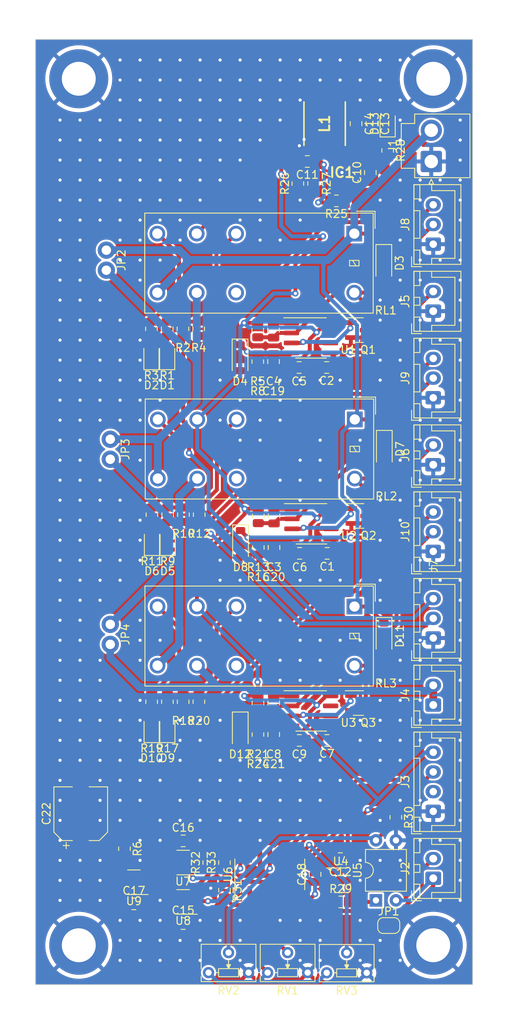
<source format=kicad_pcb>
(kicad_pcb (version 20240108) (generator "pcbnew") (generator_version "8.0")
  (layers (0 "F.Cu" signal) (31 "B.Cu" signal) (34 "B.Paste" user) (35 "F.Paste" user) (36 "B.SilkS" user "B.Silkscreen") (37 "F.SilkS" user "F.Silkscreen") (38 "B.Mask" user) (39 "F.Mask" user) (44 "Edge.Cuts" user))
  (net 0 "")
  (net 1 "Net-(U2-CV)")
  (net 2 "GND")
  (net 3 "Net-(U1-CV)")
  (net 4 "IMD_RESET")
  (net 5 "BMS_RESET")
  (net 6 "+5V")
  (net 7 "Net-(U3-CV)")
  (net 8 "BSPD_RESET")
  (net 9 "VBUS")
  (net 10 "Net-(IC1-VCC)")
  (net 11 "5V_SW")
  (net 12 "/Latch_BMS/Fault_IN")
  (net 13 "/Latch_IMD/Fault_IN")
  (net 14 "/BSPD/Fault_OUT")
  (net 15 "Net-(D1-A)")
  (net 16 "Net-(D2-A)")
  (net 17 "Net-(D3-A)")
  (net 18 "Net-(D5-A)")
  (net 19 "Net-(D6-A)")
  (net 20 "Net-(D7-A)")
  (net 21 "Net-(D9-A)")
  (net 22 "Net-(D10-A)")
  (net 23 "Net-(D11-A)")
  (net 24 "Net-(D13-K)")
  (net 25 "Net-(IC1-VOUT{slash}FB)")
  (net 26 "5V_PGood")
  (net 27 "/BSPD/Brake_OUT")
  (net 28 "/BSPD/Brake_IN")
  (net 30 "/BSPD/I_IN")
  (net 31 "/Latch_BSPD/SC_OUT")
  (net 32 "IMD_DASH")
  (net 33 "BMS_DASH")
  (net 34 "BMS_BUTTON")
  (net 35 "IMD_BUTTON")
  (net 36 "BSPD_BUTTON")
  (net 37 "Net-(Q1-G)")
  (net 38 "Net-(Q2-G)")
  (net 39 "Net-(Q3-G)")
  (net 40 "Net-(R1-Pad1)")
  (net 41 "Net-(R3-Pad2)")
  (net 42 "Net-(R10-Pad1)")
  (net 43 "Net-(R11-Pad2)")
  (net 44 "Net-(R17-Pad1)")
  (net 45 "/Latch_BSPD/DASH_LED")
  (net 46 "Net-(R19-Pad2)")
  (net 47 "Net-(U4--)")
  (net 48 "Net-(R30-Pad2)")
  (net 49 "Net-(R31-Pad2)")
  (net 50 "Net-(R32-Pad2)")
  (net 51 "Net-(R33-Pad2)")
  (net 52 "/Latch_BMS/SC_OUT")
  (net 54 "/Latch_BSPD/SC_IN")
  (net 57 "Net-(U6A--)")
  (net 61 "Net-(U6A-+)")
  (net 65 "Net-(U7-Pad4)")
  (net 66 "Net-(U8-Pad4)")
  (net 71 "Net-(U6C-+)")
  (net 72 "Net-(U6D--)")
  (net 73 "Net-(R6-Pad2)")
  (footprint "Package_SO:SOIC-8_3.9x4.9mm_P1.27mm" (layer "F.Cu") (at 139.5 130.25)
    (property "Reference" "U3")
    (property "Value" "NE555D")
  )
  (footprint "Package_SO:SOIC-8_3.9x4.9mm_P1.27mm" (layer "F.Cu") (at 139.475 82.905)
    (property "Reference" "U1")
    (property "Value" "NE555D")
  )
  (footprint "Package_TO_SOT_SMD:SOT-23" (layer "F.Cu") (at 145.499999 129.25)
    (property "Reference" "Q3")
    (property "Value" "2N7002")
  )
  (footprint "Resistor_SMD:R_0805_2012Metric" (layer "F.Cu") (at 121.25 129.087499 -90)
    (property "Reference" "R17")
    (property "Value" "1k")
  )
  (footprint "Diode_SMD:D_SOD-123" (layer "F.Cu") (at 130.475 85.405 -90)
    (property "Reference" "D4")
    (property "Value" "BZV55C5V6")
  )
  (footprint "Relay_THT:Relay_DPDT_Omron_G2RL-2" (layer "F.Cu") (at 145 117 -90)
    (property "Reference" "RL3")
    (property "Value" "G2RL-24-DC24")
  )
  (footprint "Resistor_SMD:R_0805_2012Metric" (layer "F.Cu") (at 128.5 153 -90)
    (property "Reference" "R31")
    (property "Value" "10K")
  )
  (footprint "Connector_JST:JST_XH_B3B-XH-A_1x03_P2.50mm_Vertical" (layer "F.Cu") (at 155 90.5 90)
    (property "Reference" "J9")
    (property "Value" "IMD_BTN")
  )
  (footprint "Connector_JST:JST_XH_B4B-XH-A_1x04_P2.50mm_Vertical" (layer "F.Cu") (at 155 143 90)
    (property "Reference" "J3")
    (property "Value" "I_Sen")
  )
  (footprint "Resistor_SMD:R_0805_2012Metric" (layer "F.Cu") (at 123.225 81.7425 -90)
    (property "Reference" "R2")
    (property "Value" "220")
  )
  (footprint "LED_SMD:LED_0805_2012Metric" (layer "F.Cu") (at 119.2875 108.837499 90)
    (property "Reference" "D6")
    (property "Value" "Green")
  )
  (footprint "Diode_SMD:D_SOD-123" (layer "F.Cu") (at 148.75 120.75 -90)
    (property "Reference" "D11")
    (property "Value" "4148")
  )
  (footprint "Resistor_SMD:R_0805_2012Metric" (layer "F.Cu") (at 121.225 81.7425 -90)
    (property "Reference" "R1")
    (property "Value" "1k")
  )
  (footprint "Samacsys:LMQ66430R5RXBR" (layer "F.Cu") (at 143.4125 61.9 180)
    (property "Reference" "IC1")
    (property "Value" "LMQ66420MC5RXBRQ1" (hide yes))
  )
  (footprint "Resistor_SMD:R_0805_2012Metric" (layer "F.Cu") (at 132.7875 105.5 -90)
    (property "Reference" "R13")
    (property "Value" "10k")
  )
  (footprint "Relay_THT:Relay_DPDT_Omron_G2RL-2" (layer "F.Cu") (at 144.975 69.655 -90)
    (property "Reference" "RL1")
    (property "Value" "G2RL-24-DC24")
  )
  (footprint "Connector_JST:JST_VH_B2P-VH-B_1x02_P3.96mm_Vertical" (layer "F.Cu") (at 154.75 60.5 90)
    (property "Reference" "J1")
    (property "Value" "PWR")
  )
  (footprint "Package_TO_SOT_SMD:SOT-23-5" (layer "F.Cu") (at 117 152 180)
    (property "Reference" "U9")
    (property "Value" "74AHC1G00")
  )
  (footprint "Resistor_SMD:R_0805_2012Metric" (layer "F.Cu") (at 132.725 81.905 -90)
    (property "Reference" "R5")
    (property "Value" "10k")
  )
  (footprint "Resistor_SMD:R_0805_2012Metric" (layer "F.Cu") (at 150.25 143.75 -90)
    (property "Reference" "R30")
    (property "Value" "1K")
  )
  (footprint "Connector_JST:JST_XH_B3B-XH-A_1x03_P2.50mm_Vertical" (layer "F.Cu") (at 155 110 90)
    (property "Reference" "J10")
    (property "Value" "BSPD_BTN")
  )
  (footprint "Resistor_SMD:R_0805_2012Metric" (layer "F.Cu") (at 132.75 133.25 -90)
    (property "Reference" "R24")
    (property "Value" "10k")
  )
  (footprint "Package_TO_SOT_SMD:SOT-23" (layer "F.Cu") (at 145.475 81.905)
    (property "Reference" "Q1")
    (property "Value" "2N7002")
  )
  (footprint "Resistor_SMD:R_0805_2012Metric" (layer "F.Cu") (at 119.2875 105.337499 90)
    (property "Reference" "R11")
    (property "Value" "1k")
  )
  (footprint "Capacitor_SMD:C_0805_2012Metric" (layer "F.Cu") (at 137.975 86.655)
    (property "Reference" "C5")
    (property "Value" "10u")
  )
  (footprint "LED_SMD:LED_0805_2012Metric" (layer "F.Cu") (at 121.2875 108.837499 90)
    (property "Reference" "D5")
    (property "Value" "Red")
  )
  (footprint "Connector_JST:JST_XH_B2B-XH-A_1x02_P2.50mm_Vertical" (layer "F.Cu") (at 155 99 90)
    (property "Reference" "J6")
    (property "Value" "IMD_Fault")
  )
  (footprint "Resistor_SMD:R_0805_2012Metric" (layer "F.Cu") (at 142.7 65.5 180)
    (property "Reference" "R25")
    (property "Value" "10k")
  )
  (footprint "PCM_Jumper_AKL:Jumper_P2.54mm_D1.2mm" (layer "F.Cu") (at 114 95.76175 -90)
    (property "Reference" "JP3")
    (property "Value" "Jumper_2_Open" (hide yes))
  )
  (footprint "Capacitor_SMD:C_0805_2012Metric" (layer "F.Cu") (at 123.25 146.75)
    (property "Reference" "C16")
    (property "Value" "100n")
  )
  (footprint "Capacitor_SMD:C_0805_2012Metric" (layer "F.Cu") (at 147.0125 61.9 90)
    (property "Reference" "C10")
    (property "Value" "10u 35V")
  )
  (footprint "Package_TO_SOT_SMD:SOT-23" (layer "F.Cu") (at 145.537499 105.5)
    (property "Reference" "Q2")
    (property "Value" "2N7002")
  )
  (footprint "Diode_SMD:D_SOD-123" (layer "F.Cu") (at 148.725 73.405 -90)
    (property "Reference" "D3")
    (property "Value" "4148")
  )
  (footprint "Capacitor_SMD:C_0805_2012Metric" (layer "F.Cu") (at 145.2025 55.7 -90)
    (property "Reference" "C14")
    (property "Value" "22u 16V")
  )
  (footprint "Diode_SMD:D_SOD-123" (layer "F.Cu") (at 148.7875 97 -90)
    (property "Reference" "D7")
    (property "Value" "4148")
  )
  (footprint "Diode_SMD:D_SOD-123" (layer "F.Cu") (at 130.5375 109 -90)
    (property "Reference" "D8")
    (property "Value" "BZV55C5V6")
  )
  (footprint "Connector_JST:JST_XH_B3B-XH-A_1x03_P2.50mm_Vertical" (layer "F.Cu") (at 155 121 90)
    (property "Reference" "J7")
    (property "Value" "DASH_LED")
  )
  (footprint "Relay_THT:Relay_DPDT_Omron_G2RL-2" (layer "F.Cu") (at 145.0375 93.25 -90)
    (property "Reference" "RL2")
    (property "Value" "G2RL-24-DC24")
  )
  (footprint "Package_TO_SOT_SMD:SOT-23-5" (layer "F.Cu") (at 123.25 149.5 180)
    (property "Reference" "U7")
    (property "Value" "74AHC1G32")
  )
  (footprint "Resistor_SMD:R_0805_2012Metric" (layer "F.Cu") (at 119.225 81.7425 90)
    (property "Reference" "R3")
    (property "Value" "1k")
  )
  (footprint "Package_SO:SOIC-14_3.9x8.7mm_P1.27mm" (layer "F.Cu") (at 134.25 151 90)
    (property "Reference" "U6")
    (property "Value" "LM339")
  )
  (footprint "Connector_JST:JST_XH_B2B-XH-A_1x02_P2.50mm_Vertical" (layer "F.Cu") (at 155 151.5 90)
    (property "Reference" "J2")
    (property "Value" "Brake_IN")
  )
  (footprint "Resistor_SMD:R_0805_2012Metric" (layer "F.Cu") (at 125.25 129.087499 -90)
    (property "Reference" "R20")
    (property "Value" "220")
  )
  (footprint "Resistor_SMD:R_0805_2012Metric" (layer "F.Cu") (at 132.725 85.905 -90)
    (property "Reference" "R8")
    (property "Value" "10k")
  )
  (footprint "MountingHole:MountingHole_4.3mm_M4_DIN965_Pad_TopBottom" (layer "F.Cu") (at 155 50)
    (property "Reference" "H1" (hide yes))
    (property "Value" "MountingHole_Pad")
  )
  (footprint "Capacitor_SMD:C_0805_2012Metric" (layer "F.Cu") (at 138.0375 110.25)
    (property "Reference" "C6")
    (property "Value" "10u")
  )
  (footprint "Package_TO_SOT_SMD:SOT-23-5" (layer "F.Cu") (at 123.25 154.5 180)
    (property "Reference" "U8")
    (property "Value" "74AHC1G32")
  )
  (footprint "Jumper:SolderJumper-2_P1.3mm_Open_RoundedPad1.0x1.5mm" (layer "F.Cu") (at 149.35 157.5)
    (property "Reference" "JP1")
    (property "Value" "SolderJumper_2_Open")
  )
  (footprint "Resistor_SMD:R_0805_2012Metric" (layer "F.Cu") (at 137.8125 63.3 90)
    (property "Reference" "R26")
    (property "Value" "49.9k")
  )
  (footprint "Resistor_SMD:R_0805_2012Metric" (layer "F.Cu") (at 121.2875 105.337499 -90)
    (property "Reference" "R9")
    (property "Value" "1k")
  )
  (footprint "Resistor_SMD:R_0805_2012Metric" (layer "F.Cu") (at 139.8125 63.3 -90)
    (property "Reference" "R27")
    (property "Value" "12.4k")
  )
  (footprint "Connector_JST:JST_XH_B2B-XH-A_1x02_P2.50mm_Vertical" (layer "F.Cu") (at 155 129.5 90)
    (property "Reference" "J4")
    (property "Value" "SC_OUT")
  )
  (footprint "LED_SMD:LED_0805_2012Metric" (layer "F.Cu") (at 119.25 132.587499 90)
    (property "Reference" "D10")
    (property "Value" "Green")
  )
  (footprint "MountingHole:MountingHole_4.3mm_M4_DIN965_Pad_TopBottom" (layer "F.Cu") (at 110 160)
    (property "Reference" "H3" (hide yes))
    (property "Value" "MountingHole_Pad")
  )
  (footprint "Connector_JST:JST_XH_B2B-XH-A_1x02_P2.50mm_Vertical" (layer "F.Cu") (at 155 79.5 90)
    (property "Reference" "J5")
    (property "Value" "BMS_Fault")
  )
  (footprint "Samacsys:INDPM5552X300N" (layer "F.Cu") (at 141.2125 55.7 90)
    (property "Reference" "L1")
    (property "Value" "4.7u 3A" (hide yes))
  )
  (footprint "Capacitor_SMD:C_0805_2012Metric" (layer "F.Cu") (at 134.725 85.905 -90)
    (property "Reference" "C19")
    (property "Value" "100n")
  )
  (footprint "MountingHole:MountingHole_4.3mm_M4_DIN965_Pad_TopBottom" (layer "F.Cu") (at 110 50)
    (property "Reference" "H2" (hide yes))
    (property "Value" "MountingHole_Pad")
  )
  (footprint "Resistor_SMD:R_0805_2012Metric" (layer "F.Cu") (at 132.7875 109.5 -90)
    (property "Reference" "R16")
    (property "Value" "10k")
  )
  (footprint "Resistor_SMD:R_0805_2012Metric" (layer "F.Cu") (at 126.5 149.5 90)
    (property "Reference" "R32")
    (property "Value" "10K")
  )
  (footprint "MountingHole:MountingHole_4.3mm_M4_DIN965_Pad_TopBottom" (layer "F.Cu") (at 155 160)
    (property "Reference" "H4" (hide yes))
    (property "Value" "MountingHole_Pad")
  )
  (footprint "PCM_Potentiometer_THT_AKL:Potentiometer_Bourns_3266W_Vertical" (layer "F.Cu") (at 141.475 163.5 180)
    (property "Reference" "RV3")
    (property "Value" "10k" (hide yes))
  )
  (footprint "Package_DIP:DIP-4_W7.62mm" (layer "F.Cu") (at 147.725 154.3 90)
    (property "Reference" "U5")
    (property "Value" "EL817")
  )
  (footprint "Capacitor_SMD:C_0805_2012Metric" (layer "F.Cu") (at 140 151 90)
    (property "Reference" "C18")
    (property "Value" "100n")
  )
  (footprint "Capacitor_SMD:C_0805_2012Metric" (layer "F.Cu") (at 141.5375 110.25 180)
    (property "Reference" "C1")
    (property "Value" "10n")
  )
  (footprint "Resistor_SMD:R_0805_2012Metric" (layer "F.Cu") (at 123.25 129.087499 -90)
    (property "Reference" "R18")
    (property "Value" "220")
  )
  (footprint "Resistor_SMD:R_0805_2012Metric" (layer "F.Cu") (at 128.5 149.5 90)
    (property "Reference" "R33")
    (property "Value" "10K")
  )
  (footprint "Capacitor_SMD:C_0805_2012Metric" (layer "F.Cu") (at 123.25 157.25)
    (property "Reference" "C15")
    (property "Value" "100n")
  )
  (footprint "Capacitor_SMD:CP_Elec_6.3x4.9" (layer "F.Cu") (at 110.25 143.3 90)
    (property "Reference" "C22")
    (property "Value" "220u")
  )
  (footprint "Capacitor_SMD:C_0805_2012Metric" (layer "F.Cu") (at 147.2125 55.7 -90)
    (property "Reference" "C13")
    (property "Value" "22u 16V")
  )
  (footprint "Package_TO_SOT_SMD:SOT-23-5" (layer "F.Cu") (at 143.25 151.75)
    (property "Reference" "U4")
    (property "Value" "INA180A1")
  )
  (footprint "Resistor_SMD:R_0805_2012Metric" (layer "F.Cu") (at 123.2875 105.337499 -90)
    (property "Reference" "R10")
    (property "Value" "220")
  )
  (footprint "PCM_Potentiometer_THT_AKL:Potentiometer_Bourns_3266W_Vertical" (layer "F.Cu") (at 126.475 163.475 180)
    (property "Reference" "RV2")
    (property "Value" "10k" (hide yes))
  )
  (footprint "Resistor_SMD:R_0805_2012Metric" (layer "F.Cu") (at 125.225 81.7425 -90)
    (property "Reference" "R4")
    (property "Value" "220")
  )
  (footprint "Capacitor_SMD:C_0805_2012Metric" (layer "F.Cu") (at 134.7875 109.5 -90)
    (property "Reference" "C20")
    (property "Value" "100n")
  )
  (footprint "Resistor_SMD:R_0805_2012Metric" (layer "F.Cu") (at 119.25 129.087499 90)
    (property "Reference" "R19")
    (property "Value" "1k")
  )
  (footprint "Capacitor_SMD:C_0805_2012Metric" (layer "F.Cu") (at 141.5 134 180)
    (property "Reference" "C7")
    (property "Value" "10n")
  )
  (footprint "Resistor_SMD:R_0805_2012Metric" (layer "F.Cu") (at 143.25 154.5)
    (property "Reference" "R29")
    (property "Value" "12.4")
  )
  (footprint "Connector_JST:JST_XH_B3B-XH-A_1x03_P2.50mm_Vertical" (layer "F.Cu") (at 155 71 90)
    (property "Reference" "J8")
    (property "Value" "BMS_BTN")
  )
  (footprint "LED_SMD:LED_0805_2012Metric" (layer "F.Cu") (at 149.2125 55.7 90)
    (property "Reference" "D13")
    (property "Value" "5VGood")
  )
  (footprint "Diode_SMD:D_SOD-123" (layer "F.Cu") (at 130.5 132.75 -90)
    (property "Reference" "D12")
    (property "Value" "BZV55C5V6")
  )
  (footprint "LED_SMD:LED_0805_2012Metric" (layer "F.Cu") (at 121.25 132.587499 90)
    (property "Reference" "D9")
    (property "Value" "Red")
  )
  (footprint "Capacitor_SMD:C_0805_2012Metric" (layer "F.Cu") (at 138 134)
    (property "Reference" "C9")
    (property "Value" "10u")
  )
  (footprint "Capacitor_SMD:C_0805_2012Metric" (layer "F.Cu") (at 117 154.75)
    (property "Reference" "C17")
    (property "Value" "100n")
  )
  (footprint "Resistor_SMD:R_0805_2012Metric" (layer "F.Cu") (at 125.2875 105.337499 -90)
    (property "Reference" "R12")
    (property "Value" "220")
  )
  (footprint "PCM_Potentiometer_THT_AKL:Potentiometer_Bourns_3266W_Vertical" (layer "F.Cu") (at 133.975 163.475 180)
    (property "Reference" "RV1")
    (property "Value" "10K" (hide yes))
  )
  (footprint "PCM_Jumper_AKL:Jumper_P2.54mm_D1.2mm" (layer "F.Cu") (at 114 119.26175 -90)
    (property "Reference" "JP4")
    (property "Value" "Jumper_2_Open" (hide yes))
  )
  (footprint "Capacitor_SMD:C_0805_2012Metric" (layer "F.Cu") (at 143.2 149 180)
    (property "Reference" "C12")
    (property "Value" "100n")
  )
  (footprint "Resistor_SMD:R_0805_2012Metric" (layer "F.Cu") (at 132.75 129.25 -90)
    (property "Reference" "R21")
    (property "Value" "10k")
  )
  (footprint "Package_SO:SOIC-8_3.9x4.9mm_P1.27mm" (layer "F.Cu") (at 139.5375 106.5)
    (property "Reference" "U2")
    (property "Value" "NE555D")
  )
  (footprint "Capacitor_SMD:C_0805_2012Metric" (layer "F.Cu") (at 134.75 133.25 -90)
    (property "Reference" "C21")
    (property "Value" "100n")
  )
  (footprint "Capacitor_SMD:C_0805_2012Metric" (layer "F.Cu") (at 134.75 129.25 90)
    (property "Reference" "C8")
    (property "Value" "100n")
  )
  (footprint "Resistor_SMD:R_0805_2012Metric" (layer "F.Cu") (at 149.2125 59.1 -90)
    (property "Reference" "R28")
    (property "Value" "1k")
  )
  (footprint "Capacitor_SMD:C_0805_2012Metric" (layer "F.Cu") (at 141.475 86.655 180)
    (property "Reference" "C2")
    (property "Value" "10n")
  )
  (footprint "PCM_Jumper_AKL:Jumper_P2.54mm_D1.2mm" (layer "F.Cu") (at 113.5 71.76175 -90)
    (property "Reference" "JP2")
    (property "Value" "Jumper_2_Open" (hide yes))
  )
  (footprint "Capacitor_SMD:C_0805_2012Metric" (layer "F.Cu") (at 134.725 81.905 90)
    (property "Reference" "C4")
    (property "Value" "100n")
  )
  (footprint "LED_SMD:LED_0805_2012Metric" (layer "F.Cu") (at 121.225 85.2425 90)
    (property "Reference" "D1")
    (property "Value" "Red")
  )
  (footprint "Capacitor_SMD:C_0805_2012Metric" (layer "F.Cu") (at 134.7875 105.5 90)
    (property "Reference" "C3")
    (property "Value" "100n")
  )
  (footprint "Capacitor_SMD:C_0805_2012Metric" (layer "F.Cu") (at 139.0125 60.5 180)
    (property "Reference" "C11")
    (property "Value" "1u 16V")
  )
  (footprint "LED_SMD:LED_0805_2012Metric" (layer "F.Cu") (at 119.225 85.2425 90)
    (property "Reference" "D2")
    (property "Value" "Green")
  )
  (footprint "Resistor_SMD:R_0805_2012Metric" (layer "F.Cu") (at 115.8 147.75 -90)
    (property "Reference" "R6")
    (property "Value" "220")
  )
  (gr_rect (start 104.5 45) (end 160 165) (stroke (width 0.1)) (fill none) (layer "Edge.Cuts"))
  (segment (start 142.4875 110.25) (end 142.4875 108.88) (width 0.5) (layer "F.Cu") (net 1))
  (segment (start 142.4875 108.88) (end 142.0125 108.405) (width 0.5) (layer "F.Cu") (net 1))
  (via (at 115.24 133.98) (size 0.8) (drill 0.4) (layers "F.Cu" "B.Cu") (net 2))
  (via (at 107.62 85.72) (size 0.8) (drill 0.4) (layers "F.Cu" "B.Cu") (net 2))
  (via (at 138.1 52.7) (size 0.8) (drill 0.4) (layers "F.Cu" "B.Cu") (net 2))
  (via (at 127.94 85.72) (size 0.8) (drill 0.4) (layers "F.Cu" "B.Cu") (net 2))
  (via (at 150.8 83.18) (size 0.8) (drill 0.4) (layers "F.Cu" "B.Cu") (net 2))
  (via (at 112.7 90.8) (size 0.8) (drill 0.4) (layers "F.Cu" "B.Cu") (net 2))
  (via (at 127.94 60.32) (size 0.8) (drill 0.4) (layers "F.Cu" "B.Cu") (net 2))
  (via (at 107.62 118.74) (size 0.8) (drill 0.4) (layers "F.Cu" "B.Cu") (net 2))
  (via (at 150.8 126.36) (size 0.8) (drill 0.4) (layers "F.Cu" "B.Cu") (net 2))
  (via (at 148.26 133.98) (size 0.8) (drill 0.4) (layers "F.Cu" "B.Cu") (net 2))
  (via (at 138.1 156.84) (size 0.8) (drill 0.4) (layers "F.Cu" "B.Cu") (net 2))
  (via (at 115.24 60.32) (size 0.8) (drill 0.4) (layers "F.Cu" "B.Cu") (net 2))
  (via (at 127.94 111.12) (size 0.8) (drill 0.4) (layers "F.Cu" "B.Cu") (net 2))
  (via (at 115.24 55.24) (size 0.8) (drill 0.4) (layers "F.Cu" "B.Cu") (net 2))
  (via (at 148.26 116.2) (size 0.8) (drill 0.4) (layers "F.Cu" "B.Cu") (net 2))
  (via (at 145.72 159.38) (size 0.8) (drill 0.4) (layers "F.Cu" "B.Cu") (net 2))
  (via (at 117.78 156.84) (size 0.8) (drill 0.4) (layers "F.Cu" "B.Cu") (net 2))
  (via (at 138.1 65.4) (size 0.8) (drill 0.4) (layers "F.Cu" "B.Cu") (net 2))
  (via (at 112.7 123.82) (size 0.8) (drill 0.4) (layers "F.Cu" "B.Cu") (net 2))
  (via (at 140.64 139.06) (size 0.8) (drill 0.4) (layers "F.Cu" "B.Cu") (net 2))
  (via (at 153.34 121.28) (size 0.8) (drill 0.4) (layers "F.Cu" "B.Cu") (net 2))
  (via (at 122.86 70.48) (size 0.8) (drill 0.4) (layers "F.Cu" "B.Cu") (net 2))
  (via (at 117.78 123.82) (size 0.8) (drill 0.4) (layers "F.Cu" "B.Cu") (net 2))
  (via (at 117.78 52.7) (size 0.8) (drill 0.4) (layers "F.Cu" "B.Cu") (net 2))
  (via (at 122.86 55.24) (size 0.8) (drill 0.4) (layers "F.Cu" "B.Cu") (net 2))
  (via (at 138.1 139.06) (size 0.8) (drill 0.4) (layers "F.Cu" "B.Cu") (net 2))
  (via (at 115.24 47.62) (size 0.8) (drill 0.4) (layers "F.Cu" "B.Cu") (net 2))
  (via (at 158.42 78.1) (size 0.8) (drill 0.4) (layers "F.Cu" "B.Cu") (net 2))
  (via (at 150.8 131.44) (size 0.8) (drill 0.4) (layers "F.Cu" "B.Cu") (net 2))
  (via (at 158.42 113.66) (size 0.8) (drill 0.4) (layers "F.Cu" "B.Cu") (net 2))
  (via (at 107.62 88.26) (size 0.8) (drill 0.4) (layers "F.Cu" "B.Cu") (net 2))
  (via (at 122.86 131.44) (size 0.8) (drill 0.4) (layers "F.Cu" "B.Cu") (net 2))
  (via (at 148.26 144.14) (size 0.8) (drill 0.4) (layers "F.Cu" "B.Cu") (net 2))
  (via (at 125.4 133.98) (size 0.8) (drill 0.4) (layers "F.Cu" "B.Cu") (net 2))
  (via (at 133.02 139.06) (size 0.8) (drill 0.4) (layers "F.Cu" "B.Cu") (net 2))
  (via (at 153.34 73.02) (size 0.8) (drill 0.4) (layers "F.Cu" "B.Cu") (net 2))
  (via (at 158.42 123.82) (size 0.8) (drill 0.4) (layers "F.Cu" "B.Cu") (net 2))
  (via (at 158.42 65.4) (size 0.8) (drill 0.4) (layers "F.Cu" "B.Cu") (net 2))
  (via (at 130.48 136.52) (size 0.8) (drill 0.4) (layers "F.Cu" "B.Cu") (net 2))
  (via (at 110.16 55.24) (size 0.8) (drill 0.4) (layers "F.Cu" "B.Cu") (net 2))
  (via (at 153.34 62.86) (size 0.8) (drill 0.4) (layers "F.Cu" "B.Cu") (net 2))
  (via (at 158.42 67.94) (size 0.8) (drill 0.4) (layers "F.Cu" "B.Cu") (net 2))
  (via (at 138.1 136.52) (size 0.8) (drill 0.4) (layers "F.Cu" "B.Cu") (net 2))
  (via (at 133.02 67.94) (size 0.8) (drill 0.4) (layers "F.Cu" "B.Cu") (net 2))
  (via (at 135.56 52.7) (size 0.8) (drill 0.4) (layers "F.Cu" "B.Cu") (net 2))
  (via (at 115.24 83.18) (size 0.8) (drill 0.4) (layers "F.Cu" "B.Cu") (net 2))
  (via (at 122.86 133.98) (size 0.8) (drill 0.4) (layers "F.Cu" "B.Cu") (net 2))
  (via (at 150.8 52.7) (size 0.8) (drill 0.4) (layers "F.Cu" "B.Cu") (net 2))
  (via (at 143.18 126.36) (size 0.8) (drill 0.4) (layers "F.Cu" "B.Cu") (net 2))
  (via (at 112.7 133.98) (size 0.8) (drill 0.4) (layers "F.Cu" "B.Cu") (net 2))
  (via (at 117.78 121.28) (size 0.8) (drill 0.4) (layers "F.Cu" "B.Cu") (net 2))
  (via (at 110.16 111.12) (size 0.8) (drill 0.4) (layers "F.Cu" "B.Cu") (net 2))
  (via (at 110.16 154.3) (size 0.8) (drill 0.4) (layers "F.Cu" "B.Cu") (net 2))
  (via (at 117.78 128.9) (size 0.8) (drill 0.4) (layers "F.Cu" "B.Cu") (net 2))
  (via (at 138.1 121.28) (size 0.8) (drill 0.4) (layers "F.Cu" "B.Cu") (net 2))
  (via (at 133.02 118.74) (size 0.8) (drill 0.4) (layers "F.Cu" "B.Cu") (net 2))
  (via (at 150.8 103.5) (size 0.8) (drill 0.4) (layers "F.Cu" "B.Cu") (net 2))
  (via (at 145.72 133.98) (size 0.8) (drill 0.4) (layers "F.Cu" "B.Cu") (net 2))
  (via (at 158.42 95.88) (size 0.8) (drill 0.4) (layers "F.Cu" "B.Cu") (net 2))
  (via (at 145.72 50.16) (size 0.8) (drill 0.4) (layers "F.Cu" "B.Cu") (net 2))
  (via (at 112.7 108.58) (size 0.8) (drill 0.4) (layers "F.Cu" "B.Cu") (net 2))
  (via (at 150.8 133.98) (size 0.8) (drill 0.4) (layers "F.Cu" "B.Cu") (net 2))
  (via (at 112.7 113.66) (size 0.8) (drill 0.4) (layers "F.Cu" "B.Cu") (net 2))
  (via (at 110.16 85.72) (size 0.8) (drill 0.4) (layers "F.Cu" "B.Cu") (net 2))
  (via (at 125.4 50.16) (size 0.8) (drill 0.4) (layers "F.Cu" "B.Cu") (net 2))
  (via (at 130.48 90.8) (size 0.8) (drill 0.4) (layers "F.Cu" "B.Cu") (net 2))
  (via (at 130.48 159.38) (size 0.8) (drill 0.4) (layers "F.Cu" "B.Cu") (net 2))
  (via (at 150.8 47.62) (size 0.8) (drill 0.4) (layers "F.Cu" "B.Cu") (net 2))
  (via (at 138.1 67.94) (size 0.8) (drill 0.4) (layers "F.Cu" "B.Cu") (net 2))
  (via (at 140.64 161.92) (size 0.8) (drill 0.4) (layers "F.Cu" "B.Cu") (net 2))
  (via (at 122.86 144.14) (size 0.8) (drill 0.4) (layers "F.Cu" "B.Cu") (net 2))
  (via (at 117.78 73.02) (size 0.8) (drill 0.4) (layers "F.Cu" "B.Cu") (net 2))
  (via (at 117.78 131.44) (size 0.8) (drill 0.4) (layers "F.Cu" "B.Cu") (net 2))
  (via (at 110.16 113.66) (size 0.8) (drill 0.4) (layers "F.Cu" "B.Cu") (net 2))
  (via (at 122.86 62.86) (size 0.8) (drill 0.4) (layers "F.Cu" "B.Cu") (net 2))
  (via (at 150.8 136.52) (size 0.8) (drill 0.4) (layers "F.Cu" "B.Cu") (net 2))
  (via (at 148.26 80.64) (size 0.8) (drill 0.4) (layers "F.Cu" "B.Cu") (net 2))
  (via (at 120.32 146.68) (size 0.8) (drill 0.4) (layers "F.Cu" "B.Cu") (net 2))
  (via (at 138.1 123.82) (size 0.8) (drill 0.4) (layers "F.Cu" "B.Cu") (net 2))
  (via (at 115.24 73.02) (size 0.8) (drill 0.4) (layers "F.Cu" "B.Cu") (net 2))
  (via (at 127.94 136.52) (size 0.8) (drill 0.4) (layers "F.Cu" "B.Cu") (net 2))
  (via (at 110.16 116.2) (size 0.8) (drill 0.4) (layers "F.Cu" "B.Cu") (net 2))
  (via (at 122.86 47.62) (size 0.8) (drill 0.4) (layers "F.Cu" "B.Cu") (net 2))
  (via (at 115.24 128.9) (size 0.8) (drill 0.4) (layers "F.Cu" "B.Cu") (net 2))
  (via (at 107.62 121.28) (size 0.8) (drill 0.4) (layers "F.Cu" "B.Cu") (net 2))
  (via (at 130.48 52.7) (size 0.8) (drill 0.4) (layers "F.Cu" "B.Cu") (net 2))
  (via (at 110.16 95.88) (size 0.8) (drill 0.4) (layers "F.Cu" "B.Cu") (net 2))
  (via (at 150.8 141.6) (size 0.8) (drill 0.4) (layers "F.Cu" "B.Cu") (net 2))
  (via (at 138.1 113.66) (size 0.8) (drill 0.4) (layers "F.Cu" "B.Cu") (net 2))
  (via (at 148.26 128.9) (size 0.8) (drill 0.4) (layers "F.Cu" "B.Cu") (net 2))
  (via (at 140.64 47.62) (size 0.8) (drill 0.4) (layers "F.Cu" "B.Cu") (net 2))
  (via (at 130.48 113.66) (size 0.8) (drill 0.4) (layers "F.Cu" "B.Cu") (net 2))
  (via (at 150.8 62.86) (size 0.8) (drill 0.4) (layers "F.Cu" "B.Cu") (net 2))
  (via (at 148.26 113.66) (size 0.8) (drill 0.4) (layers "F.Cu" "B.Cu") (net 2))
  (via (at 112.7 149.22) (size 0.8) (drill 0.4) (layers "F.Cu" "B.Cu") (net 2))
  (via (at 148.26 50.16) (size 0.8) (drill 0.4) (layers "F.Cu" "B.Cu") (net 2))
  (via (at 158.42 85.72) (size 0.8) (drill 0.4) (layers "F.Cu" "B.Cu") (net 2))
  (via (at 112.7 116.2) (size 0.8) (drill 0.4) (layers "F.Cu" "B.Cu") (net 2))
  (via (at 140.64 121.28) (size 0.8) (drill 0.4) (layers "F.Cu" "B.Cu") (net 2))
  (via (at 120.32 88.26) (size 0.8) (drill 0.4) (layers "F.Cu" "B.Cu") (net 2))
  (via (at 115.24 70.48) (size 0.8) (drill 0.4) (layers "F.Cu" "B.Cu") (net 2))
  (via (at 110.16 108.58) (size 0.8) (drill 0.4) (layers "F.Cu" "B.Cu") (net 2))
  (via (at 148.26 108.58) (size 0.8) (drill 0.4) (layers "F.Cu" "B.Cu") (net 2))
  (via (at 112.7 151.76) (size 0.8) (drill 0.4) (layers "F.Cu" "B.Cu") (net 2))
  (via (at 117.78 57.78) (size 0.8) (drill 0.4) (layers "F.Cu" "B.Cu") (net 2))
  (via (at 143.18 50.16) (size 0.8) (drill 0.4) (layers "F.Cu" "B.Cu") (net 2))
  (via (at 133.02 57.78) (size 0.8) (drill 0.4) (layers "F.Cu" "B.Cu") (net 2))
  (via (at 148.26 126.36) (size 0.8) (drill 0.4) (layers "F.Cu" "B.Cu") (net 2))
  (via (at 148.26 85.72) (size 0.8) (drill 0.4) (layers "F.Cu" "B.Cu") (net 2))
  (via (at 148.26 103.5) (size 0.8) (drill 0.4) (layers "F.Cu" "B.Cu") (net 2))
  (via (at 110.16 103.5) (size 0.8) (drill 0.4) (layers "F.Cu" "B.Cu") (net 2))
  (via (at 107.62 78.1) (size 0.8) (drill 0.4) (layers "F.Cu" "B.Cu") (net 2))
  (via (at 133.02 141.6) (size 0.8) (drill 0.4) (layers "F.Cu" "B.Cu") (net 2))
  (via (at 107.62 57.78) (size 0.8) (drill 0.4) (layers "F.Cu" "B.Cu") (net 2))
  (via (at 110.16 90.8) (size 0.8) (drill 0.4) (layers "F.Cu" "B.Cu") (net 2))
  (via (at 107.62 67.94) (size 0.8) (drill 0.4) (layers "F.Cu" "B.Cu") (net 2))
  (via (at 148.26 52.7) (size 0.8) (drill 0.4) (layers "F.Cu" "B.Cu") (net 2))
  (via (at 127.94 62.86) (size 0.8) (drill 0.4) (layers "F.Cu" "B.Cu") (net 2))
  (via (at 110.16 100.96) (size 0.8) (drill 0.4) (layers "F.Cu" "B.Cu") (net 2))
  (via (at 150.8 149.22) (size 0.8) (drill 0.4) (layers "F.Cu" "B.Cu") (net 2))
  (via (at 130.48 144.14) (size 0.8) (drill 0.4) (layers "F.Cu" "B.Cu") (net 2))
  (via (at 107.62 123.82) (size 0.8) (drill 0.4) (layers "F.Cu" "B.Cu") (net 2))
  (via (at 117.78 93.34) (size 0.8) (drill 0.4) (layers "F.Cu" "B.Cu") (net 2))
  (via (at 120.32 50.16) (size 0.8) (drill 0.4) (layers "F.Cu" "B.Cu") (net 2))
  (via (at 120.32 67.94) (size 0.8) (drill 0.4) (layers "F.Cu" "B.Cu") (net 2))
  (via (at 143.4125 61.9) (size 0.8) (drill 0.4) (layers "F.Cu" "B.Cu") (net 2))
  (via (at 150.8 161.92) (size 0.8) (drill 0.4) (layers "F.Cu" "B.Cu") (net 2))
  (via (at 107.62 106.04) (size 0.8) (drill 0.4) (layers "F.Cu" "B.Cu") (net 2))
  (via (at 117.78 161.92) (size 0.8) (drill 0.4) (layers "F.Cu" "B.Cu") (net 2))
  (via (at 158.42 146.68) (size 0.8) (drill 0.4) (layers "F.Cu" "B.Cu") (net 2))
  (via (at 120.32 47.62) (size 0.8) (drill 0.4) (layers "F.Cu" "B.Cu") (net 2))
  (via (at 135.56 144.14) (size 0.8) (drill 0.4) (layers "F.Cu" "B.Cu") (net 2))
  (via (at 130.48 47.62) (size 0.8) (drill 0.4) (layers "F.Cu" "B.Cu") (net 2))
  (via (at 150.8 106.04) (size 0.8) (drill 0.4) (layers "F.Cu" "B.Cu") (net 2))
  (via (at 143.18 113.66) (size 0.8) (drill 0.4) (layers "F.Cu" "B.Cu") (net 2))
  (via (at 120.32 139.06) (size 0.8) (drill 0.4) (layers "F.Cu" "B.Cu") (net 2))
  (via (at 158.42 55.24) (size 0.8) (drill 0.4) (layers "F.Cu" "B.Cu") (net 2))
  (via (at 130.48 57.78) (size 0.8) (drill 0.4) (layers "F.Cu" "B.Cu") (net 2))
  (via (at 143.18 88.26) (size 0.8) (drill 0.4) (layers "F.Cu" "B.Cu") (net 2))
  (via (at 148.26 159.38) (size 0.8) (drill 0.4) (layers "F.Cu" "B.Cu") (net 2))
  (via (at 110.16 123.82) (size 0.8) (drill 0.4) (layers "F.Cu" "B.Cu") (net 2))
  (via (at 130.48 139.06) (size 0.8) (drill 0.4) (layers "F.Cu" "B.Cu") (net 2))
  (via (at 122.86 65.4) (size 0.8) (drill 0.4) (layers "F.Cu" "B.Cu") (net 2))
  (via (at 117.78 70.48) (size 0.8) (drill 0.4) (layers "F.Cu" "B.Cu") (net 2))
  (via (at 150.8 78.1) (size 0.8) (drill 0.4) (layers "F.Cu" "B.Cu") (net 2))
  (via (at 127.94 159.38) (size 0.8) (drill 0.4) (layers "F.Cu" "B.Cu") (net 2))
  (via (at 135.56 136.52) (size 0.8) (drill 0.4) (layers "F.Cu" "B.Cu") (net 2))
  (via (at 110.16 93.34) (size 0.8) (drill 0.4) (layers "F.Cu" "B.Cu") (net 2))
  (via (at 155.88 83.18) (size 0.8) (drill 0.4) (layers "F.Cu" "B.Cu") (net 2))
  (via (at 115.24 113.66) (size 0.8) (drill 0.4) (layers "F.Cu" "B.Cu") (net 2))
  (via (at 133.02 50.16) (size 0.8) (drill 0.4) (layers "F.Cu" "B.Cu") (net 2))
  (via (at 138.6 57.7) (size 0.8) (drill 0.4) (layers "F.Cu" "B.Cu") (net 2))
  (via (at 115.24 111.12) (size 0.8) (drill 0.4) (layers "F.Cu" "B.Cu") (net 2))
  (via (at 115.24 139.06) (size 0.8) (drill 0.4) (layers "F.Cu" "B.Cu") (net 2))
  (via (at 117.78 159.38) (size 0.8) (drill 0.4) (layers "F.Cu" "B.Cu") (net 2))
  (via (at 120.32 57.78) (size 0.8) (drill 0.4) (layers "F.Cu" "B.Cu") (net 2))
  (via (at 110.16 121.28) (size 0.8) (drill 0.4) (layers "F.Cu" "B.Cu") (net 2))
  (via (at 125.4 141.6) (size 0.8) (drill 0.4) (layers "F.Cu" "B.Cu") (net 2))
  (via (at 135.56 50.16) (size 0.8) (drill 0.4) (layers "F.Cu" "B.Cu") (net 2))
  (via (at 158.42 108.58) (size 0.8) (drill 0.4) (layers "F.Cu" "B.Cu") (net 2))
  (via (at 130.48 161.92) (size 0.8) (drill 0.4) (layers "F.Cu" "B.Cu") (net 2))
  (via (at 140.64 113.66) (size 0.8) (drill 0.4) (layers "F.Cu" "B.Cu") (net 2))
  (via (at 110.16 149.22) (size 0.8) (drill 0.4) (layers "F.Cu" "B.Cu") (net 2))
  (via (at 107.62 154.3) (size 0.8) (drill 0.4) (layers "F.Cu" "B.Cu") (net 2))
  (via (at 125.4 52.7) (size 0.8) (drill 0.4) (layers "F.Cu" "B.Cu") (net 2))
  (via (at 127.94 144.14) (size 0.8) (drill 0.4) (layers "F.Cu" "B.Cu") (net 2))
  (via (at 140.64 50.16) (size 0.8) (drill 0.4) (layers "F.Cu" "B.Cu") (net 2))
  (via (at 110.16 106.04) (size 0.8) (drill 0.4) (layers "F.Cu" "B.Cu") (net 2))
  (via (at 148.26 78.1) (size 0.8) (drill 0.4) (layers "F.Cu" "B.Cu") (net 2))
  (via (at 150.8 123.82) (size 0.8) (drill 0.4) (layers "F.Cu" "B.Cu") (net 2))
  (via (at 122.86 52.7) (size 0.8) (drill 0.4) (layers "F.Cu" "B.Cu") (net 2))
  (via (at 155.88 146.68) (size 0.8) (drill 0.4) (layers "F.Cu" "B.Cu") (net 2))
  (via (at 110.16 73.02) (size 0.8) (drill 0.4) (layers "F.Cu" "B.Cu") (net 2))
  (via (at 135.56 90.8) (size 0.8) (drill 0.4) (layers "F.Cu" "B.Cu") (net 2))
  (via (at 135.56 156.84) (size 0.8) (drill 0.4) (layers "F.Cu" "B.Cu") (net 2))
  (via (at 133.02 146.68) (size 0.8) (drill 0.4) (layers "F.Cu" "B.Cu") (net 2))
  (via (at 107.62 60.32) (size 0.8) (drill 0.4) (layers "F.Cu" "B.Cu") (net 2))
  (via (at 110.16 60.32) (size 0.8) (drill 0.4) (layers "F.Cu" "B.Cu") (net 2))
  (via (at 125.4 146.68) (size 0.8) (drill 0.4) (layers "F.Cu" "B.Cu") (net 2))
  (via (at 138.1 50.16) (size 0.8) (drill 0.4) (layers "F.Cu" "B.Cu") (net 2))
  (via (at 158.42 88.26) (size 0.8) (drill 0.4) (layers "F.Cu" "B.Cu") (net 2))
  (via (at 112.7 128.9) (size 0.8) (drill 0.4) (layers "F.Cu" "B.Cu") (net 2))
  (via (at 110.16 67.94) (size 0.8) (drill 0.4) (layers "F.Cu" "B.Cu") (net 2))
  (via (at 133.02 88.26) (size 0.8) (drill 0.4) (layers "F.Cu" "B.Cu") (net 2))
  (via (at 107.62 151.76) (size 0.8) (drill 0.4) (layers "F.Cu" "B.Cu") (net 2))
  (via (at 153.34 141.6) (size 0.8) (drill 0.4) (layers "F.Cu" "B.Cu") (net 2))
  (via (at 107.62 98.42) (size 0.8) (drill 0.4) (layers "F.Cu" "B.Cu") (net 2))
  (via (at 158.42 98.42) (size 0.8) (drill 0.4) (layers "F.Cu" "B.Cu") (net 2))
  (via (at 158.42 151.76) (size 0.8) (drill 0.4) (layers "F.Cu" "B.Cu") (net 2))
  (via (at 158.42 57.78) (size 0.8) (drill 0.4) (layers "F.Cu" "B.Cu") (net 2))
  (via (at 145.72 95.88) (size 0.8) (drill 0.4) (layers "F.Cu" "B.Cu") (net 2))
  (via (at 155.88 103.5) (size 0.8) (drill 0.4) (layers "F.Cu" "B.Cu") (net 2))
  (via (at 135.56 93.34) (size 0.8) (drill 0.4) (layers "F.Cu" "B.Cu") (net 2))
  (via (at 112.7 103.5) (size 0.8) (drill 0.4) (layers "F.Cu" "B.Cu") (net 2))
  (via (at 115.24 80.64) (size 0.8) (drill 0.4) (layers "F.Cu" "B.Cu") (net 2))
  (via (at 140.64 100.96) (size 0.8) (drill 0.4) (layers "F.Cu" "B.Cu") (net 2))
  (via (at 138.1 90.8) (size 0.8) (drill 0.4) (layers "F.Cu" "B.Cu") (net 2))
  (via (at 115.24 90.8) (size 0.8) (drill 0.4) (layers "F.Cu" "B.Cu") (net 2))
  (via (at 158.42 133.98) (size 0.8) (drill 0.4) (layers "F.Cu" "B.Cu") (net 2))
  (via (at 153.34 123.82) (size 0.8) (drill 0.4) (layers "F.Cu" "B.Cu") (net 2))
  (via (at 130.48 118.74) (size 0.8) (drill 0.4) (layers "F.Cu" "B.Cu") (net 2))
  (via (at 120.32 52.7) (size 0.8) (drill 0.4) (layers "F.Cu" "B.Cu") (net 2))
  (via (at 115.24 159.38) (size 0.8) (drill 0.4) (layers "F.Cu" "B.Cu") (net 2))
  (via (at 115.24 131.44) (size 0.8) (drill 0.4) (layers "F.Cu" "B.Cu") (net 2))
  (via (at 153.34 146.68) (size 0.8) (drill 0.4) (layers "F.Cu" "B.Cu") (net 2))
  (via (at 125.4 139.06) (size 0.8) (drill 0.4) (layers "F.Cu" "B.Cu") (net 2))
  (via (at 107.62 116.2) (size 0.8) (drill 0.4) (layers "F.Cu" "B.Cu") (net 2))
  (via (at 112.7 83.18) (size 0.8) (drill 0.4) (layers "F.Cu" "B.Cu") (net 2))
  (via (at 110.16 75.56) (size 0.8) (drill 0.4) (layers "F.Cu" "B.Cu") (net 2))
  (via (at 117.78 90.8) (size 0.8) (drill 0.4) (layers "F.Cu" "B.Cu") (net 2))
  (via (at 150.8 57.78) (size 0.8) (drill 0.4) (layers "F.Cu" "B.Cu") (net 2))
  (via (at 122.86 50.16) (size 0.8) (drill 0.4) (layers "F.Cu" "B.Cu") (net 2))
  (via (at 120.32 60.32) (size 0.8) (drill 0.4) (layers "F.Cu" "B.Cu") (net 2))
  (via (at 120.32 161.92) (size 0.8) (drill 0.4) (layers "F.Cu" "B.Cu") (net 2))
  (via (at 127.94 141.6) (size 0.8) (drill 0.4) (layers "F.Cu" "B.Cu") (net 2))
  (via (at 110.16 78.1) (size 0.8) (drill 0.4) (layers "F.Cu" "B.Cu") (net 2))
  (via (at 122.86 136.52) (size 0.8) (drill 0.4) (layers "F.Cu" "B.Cu") (net 2))
  (via (at 112.7 62.86) (size 0.8) (drill 0.4) (layers "F.Cu" "B.Cu") (net 2))
  (via (at 150.8 98.42) (size 0.8) (drill 0.4) (layers "F.Cu" "B.Cu") (net 2))
  (via (at 138.1 144.14) (size 0.8) (drill 0.4) (layers "F.Cu" "B.Cu") (net 2))
  (via (at 110.16 126.36) (size 0.8) (drill 0.4) (layers "F.Cu" "B.Cu") (net 2))
  (via (at 153.34 95.88) (size 0.8) (drill 0.4) (layers "F.Cu" "B.Cu") (net 2))
  (via (at 127.94 156.84) (size 0.8) (drill 0.4) (layers "F.Cu" "B.Cu") (net 2))
  (via (at 107.62 126.36) (size 0.8) (drill 0.4) (layers "F.Cu" "B.Cu") (net 2))
  (via (at 145.72 47.62) (size 0.8) (drill 0.4) (layers "F.Cu" "B.Cu") (net 2))
  (via (at 158.42 83.18) (size 0.8) (drill 0.4) (layers "F.Cu" "B.Cu") (net 2))
  (via (at 120.32 121.28) (size 0.8) (drill 0.4) (layers "F.Cu" "B.Cu") (net 2))
  (via (at 115.24 85.72) (size 0.8) (drill 0.4) (layers "F.Cu" "B.Cu") (net 2))
  (via (at 127.94 52.7) (size 0.8) (drill 0.4) (layers "F.Cu" "B.Cu") (net 2))
  (via (at 138.1 159.38) (size 0.8) (drill 0.4) (layers "F.Cu" "B.Cu") (net 2))
  (via (at 138.1 141.6) (size 0.8) (drill 0.4) (layers "F.Cu" "B.Cu") (net 2))
  (via (at 107.62 80.64) (size 0.8) (drill 0.4) (layers "F.Cu" "B.Cu") (net 2))
  (via (at 153.34 113.66) (size 0.8) (drill 0.4) (layers "F.Cu" "B.Cu") (net 2))
  (via (at 107.62 113.66) (size 0.8) (drill 0.4) (layers "F.Cu" "B.Cu") (net 2))
  (via (at 112.7 139.06) (size 0.8) (drill 0.4) (layers "F.Cu" "B.Cu") (net 2))
  (via (at 133.02 144.14) (size 0.8) (drill 0.4) (layers "F.Cu" "B.Cu") (net 2))
  (via (at 120.32 156.84) (size 0.8) (drill 0.4) (layers "F.Cu" "B.Cu") (net 2))
  (via (at 117.78 118.74) (size 0.8) (drill 0.4) (layers "F.Cu" "B.Cu") (net 2))
  (via (at 158.42 75.56) (size 0.8) (drill 0.4) (layers "F.Cu" "B.Cu") (net 2))
  (via (at 153.34 75.56) (size 0.8) (drill 0.4) (layers "F.Cu" "B.Cu") (net 2))
  (via (at 145.72 149.22) (size 0.8) (drill 0.4) (layers "F.Cu" "B.Cu") (net 2))
  (via (at 117.78 62.86) (size 0.8) (drill 0.4) (layers "F.Cu" "B.Cu") (net 2))
  (via (at 127.94 47.62) (size 0.8) (drill 0.4) (layers "F.Cu" "B.Cu") (net 2))
  (via (at 120.32 73.02) (size 0.8) (drill 0.4) (layers "F.Cu" "B.Cu") (net 2))
  (via (at 112.7 60.32) (size 0.8) (drill 0.4) (layers "F.Cu" "B.Cu") (net 2))
  (via (at 155.88 133.98) (size 0.8) (drill 0.4) (layers "F.Cu" "B.Cu") (net 2))
  (via (at 112.7 106.04) (size 0.8) (drill 0.4) (layers "F.Cu" "B.Cu") (net 2))
  (via (at 107.62 111.12) (size 0.8) (drill 0.4) (layers "F.Cu" "B.Cu") (net 2))
  (via (at 122.86 161.92) (size 0.8) (drill 0.4) (layers "F.Cu" "B.Cu") (net 2))
  (via (at 127.94 139.06) (size 0.8) (drill 0.4) (layers "F.Cu" "B.Cu") (net 2))
  (via (at 148.26 65.4) (size 0.8) (drill 0.4) (layers "F.Cu" "B.Cu") (net 2))
  (via (at 107.62 103.5) (size 0.8) (drill 0.4) (layers "F.Cu" "B.Cu") (net 2))
  (via (at 120.32 159.38) (size 0.8) (drill 0.4) (layers "F.Cu" "B.Cu") (net 2))
  (via (at 130.48 98.42) (size 0.8) (drill 0.4) (layers "F.Cu" "B.Cu") (net 2))
  (via (at 150.8 121.28) (size 0.8) (drill 0.4) (layers "F.Cu" "B.Cu") (net 2))
  (via (at 140.64 136.52) (size 0.8) (drill 0.4) (layers "F.Cu" "B.Cu") (net 2))
  (via (at 107.62 108.58) (size 0.8) (drill 0.4) (layers "F.Cu" "B.Cu") (net 2))
  (via (at 112.7 154.3) (size 0.8) (drill 0.4) (layers "F.Cu" "B.Cu") (net 2))
  (via (at 140.64 95.88) (size 0.8) (drill 0.4) (layers "F.Cu" "B.Cu") (net 2))
  (via (at 145.72 136.52) (size 0.8) (drill 0.4) (layers "F.Cu" "B.Cu") (net 2))
  (via (at 148.26 151.76) (size 0.8) (drill 0.4) (layers "F.Cu" "B.Cu") (net 2))
  (via (at 145.72 151.76) (size 0.8) (drill 0.4) (layers "F.Cu" "B.Cu") (net 2))
  (via (at 107.62 139.06) (size 0.8) (drill 0.4) (layers "F.Cu" "B.Cu") (net 2))
  (via (at 107.62 149.22) (size 0.8) (drill 0.4) (layers "F.Cu" "B.Cu") (net 2))
  (via (at 153.34 65.4) (size 0.8) (drill 0.4) (layers "F.Cu" "B.Cu") (net 2))
  (via (at 148.26 131.44) (size 0.8) (drill 0.4) (layers "F.Cu" "B.Cu") (net 2))
  (via (at 107.62 75.56) (size 0.8) (drill 0.4) (layers "F.Cu" "B.Cu") (net 2))
  (via (at 110.16 88.26) (size 0.8) (drill 0.4) (layers "F.Cu" "B.Cu") (net 2))
  (via (at 110.16 128.9) (size 0.8) (drill 0.4) (layers "F.Cu" "B.Cu") (net 2))
  (via (at 133.02 136.52) (size 0.8) (drill 0.4) (layers "F.Cu" "B.Cu") (net 2))
  (via (at 110.16 98.42) (size 0.8) (drill 0.4) (layers "F.Cu" "B.Cu") (net 2))
  (via (at 120.32 154.3) (size 0.8) (drill 0.4) (layers "F.Cu" "B.Cu") (net 2))
  (via (at 140.64 159.38) (size 0.8) (drill 0.4) (layers "F.Cu" "B.Cu") (net 2))
  (via (at 107.62 83.18) (size 0.8) (drill 0.4) (layers "F.Cu" "B.Cu") (net 2))
  (via (at 110.16 131.44) (size 0.8) (drill 0.4) (layers "F.Cu" "B.Cu") (net 2))
  (via (at 148.26 149.22) (size 0.8) (drill 0.4) (layers "F.Cu" "B.Cu") (net 2))
  (via (at 153.34 111.12) (size 0.8) (drill 0.4) (layers "F.Cu" "B.Cu") (net 2))
  (via (at 150.8 151.76) (size 0.8) (drill 0.4) (layers "F.Cu" "B.Cu") (net 2))
  (via (at 155.88 131.44) (size 0.8) (drill 0.4) (layers "F.Cu" "B.Cu") (net 2))
  (via (at 135.56 118.74) (size 0.8) (drill 0.4) (layers "F.Cu" "B.Cu") (net 2))
  (via (at 112.7 57.78) (size 0.8) (drill 0.4) (layers "F.Cu" "B.Cu") (net 2))
  (via (at 120.32 136.52) (size 0.8) (drill 0.4) (layers "F.Cu" "B.Cu") (net 2))
  (via (at 135.56 47.62) (size 0.8) (drill 0.4) (layers "F.Cu" "B.Cu") (net 2))
  (via (at 133.02 55.24) (size 0.8) (drill 0.4) (layers "F.Cu" "B.Cu") (net 2))
  (via (at 115.24 88.26) (size 0.8) (drill 0.4) (layers "F.Cu" "B.Cu") (net 2))
  (via (at 117.78 67.94) (size 0.8) (drill 0.4) (layers "F.Cu" "B.Cu") (net 2))
  (via (at 107.62 141.6) (size 0.8) (drill 0.4) (layers "F.Cu" "B.Cu") (net 2))
  (via (at 117.78 141.6) (size 0.8) (drill 0.4) (layers "F.Cu" "B.Cu") (net 2))
  (via (at 110.16 83.18) (size 0.8) (drill 0.4) (layers "F.Cu" "B.Cu") (net 2))
  (via (at 120.32 62.86) (size 0.8) (drill 0.4) (layers "F.Cu" "B.Cu") (net 2))
  (via (at 122.86 57.78) (size 0.8) (drill 0.4) (layers "F.Cu" "B.Cu") (net 2))
  (via (at 115.24 103.5) (size 0.8) (drill 0.4) (layers "F.Cu" "B.Cu") (net 2))
  (via (at 125.4 57.78) (size 0.8) (drill 0.4) (layers "F.Cu" "B.Cu") (net 2))
  (via (at 127.94 113.66) (size 0.8) (drill 0.4) (layers "F.Cu" "B.Cu") (net 2))
  (via (at 130.48 141.6) (size 0.8) (drill 0.4) (layers "F.Cu" "B.Cu") (net 2))
  (via (at 107.62 73.02) (size 0.8) (drill 0.4) (layers "F.Cu" "B.Cu") (net 2))
  (via (at 155.88 62.86) (size 0.8) (drill 0.4) (layers "F.Cu" "B.Cu") (net 2))
  (via (at 135.56 123.82) (size 0.8) (drill 0.4) (layers "F.Cu" "B.Cu") (net 2))
  (via (at 158.42 93.34) (size 0.8) (drill 0.4) (layers "F.Cu" "B.Cu") (net 2))
  (via (at 127.94 50.16) (size 0.8) (drill 0.4) (layers "F.Cu" "B.Cu") (net 2))
  (via (at 133.02 95.88) (size 0.8) (drill 0.4) (layers "F.Cu" "B.Cu") (net 2))
  (via (at 140.64 88.26) (size 0.8) (drill 0.4) (layers "F.Cu" "B.Cu") (net 2))
  (via (at 158.42 136.52) (size 0.8) (drill 0.4) (layers "F.Cu" "B.Cu") (net 2))
  (via (at 148.26 88.26) (size 0.8) (drill 0.4) (layers "F.Cu" "B.Cu") (net 2))
  (via (at 158.42 131.44) (size 0.8) (drill 0.4) (layers "F.Cu" "B.Cu") (net 2))
  (via (at 140.64 123.82) (size 0.8) (drill 0.4) (layers "F.Cu" "B.Cu") (net 2))
  (via (at 155.88 100.96) (size 0.8) (drill 0.4) (layers "F.Cu" "B.Cu") (net 2))
  (via (at 150.8 65.4) (size 0.8) (drill 0.4) (layers "F.Cu" "B.Cu") (net 2))
  (via (at 138.1 161.92) (size 0.8) (drill 0.4) (layers "F.Cu" "B.Cu") (net 2))
  (via (at 140.64 141.6) (size 0.8) (drill 0.4) (layers "F.Cu" "B.Cu") (net 2))
  (via (at 110.16 151.76) (size 0.8) (drill 0.4) (layers "F.Cu" "B.Cu") (net 2))
  (via (at 135.56 55.24) (size 0.8) (drill 0.4) (layers "F.Cu" "B.Cu") (net 2))
  (via (at 143.18 47.62) (size 0.8) (drill 0.4) (layers "F.Cu" "B.Cu") (net 2))
  (via (at 115.24 156.84) (size 0.8) (drill 0.4) (layers "F.Cu" "B.Cu") (net 2))
  (via (at 110.16 133.98) (size 0.8) (drill 0.4) (layers "F.Cu" "B.Cu") (net 2))
  (via (at 143.18 144.14) (size 0.8) (drill 0.4) (layers "F.Cu" "B.Cu") (net 2))
  (via (at 112.7 136.52) (size 0.8) (drill 0.4) (layers "F.Cu" "B.Cu") (net 2))
  (via (at 107.62 146.68) (size 0.8) (drill 0.4) (layers "F.Cu" "B.Cu") (net 2))
  (via (at 133.02 47.62) (size 0.8) (drill 0.4) (layers "F.Cu" "B.Cu") (net 2))
  (via (at 117.78 111.12) (size 0.8) (drill 0.4) (layers "F.Cu" "B.Cu") (net 2))
  (via (at 138.1 47.62) (size 0.8) (drill 0.4) (layers "F.Cu" "B.Cu") (net 2))
  (via (at 107.62 90.8) (size 0.8) (drill 0.4) (layers "F.Cu" "B.Cu") (net 2))
  (via (at 112.7 144.14) (size 0.8) (drill 0.4) (layers "F.Cu" "B.Cu") (net 2))
  (via (at 115.24 106.04) (size 0.8) (drill 0.4) (layers "F.Cu" "B.Cu") (net 2))
  (via (at 117.78 106.04) (size 0.8) (drill 0.4) (layers "F.Cu" "B.Cu") (net 2))
  (via (at 143.18 121.28) (size 0.8) (drill 0.4) (layers "F.Cu" "B.Cu") (net 2))
  (via (at 110.16 62.86) (size 0.8) (drill 0.4) (layers "F.Cu" "B.Cu") (net 2))
  (via (at 117.78 149.22) (size 0.8) (drill 0.4) (layers "F.Cu" "B.Cu") (net 2))
  (via (at 158.42 73.02) (size 0.8) (drill 0.4) (layers "F.Cu" "B.Cu") (net 2))
  (via (at 107.62 55.24) (size 0.8) (drill 0.4) (layers "F.Cu" "B.Cu") (net 2))
  (via (at 117.78 50.16) (size 0.8) (drill 0.4) (layers "F.Cu" "B.Cu") (net 2))
  (via (at 138.1 103.5) (size 0.8) (drill 0.4) (layers "F.Cu" "B.Cu") (net 2))
  (via (at 133.02 121.28) (size 0.8) (drill 0.4) (layers "F.Cu" "B.Cu") (net 2))
  (via (at 158.42 126.36) (size 0.8) (drill 0.4) (layers "F.Cu" "B.Cu") (net 2))
  (via (at 120.32 144.14) (size 0.8) (drill 0.4) (layers "F.Cu" "B.Cu") (net 2))
  (via (at 112.7 85.72) (size 0.8) (drill 0.4) (layers "F.Cu" "B.Cu") (net 2))
  (via (at 117.78 139.06) (size 0.8) (drill 0.4) (layers "F.Cu" "B.Cu") (net 2))
  (via (at 158.42 70.48) (size 0.8) (drill 0.4) (layers "F.Cu" "B.Cu") (net 2))
  (via (at 122.86 141.6) (size 0.8) (drill 0.4) (layers "F.Cu" "B.Cu") (net 2))
  (via (at 115.24 93.34) (size 0.8) (drill 0.4) (layers "F.Cu" "B.Cu") (net 2))
  (via (at 150.8 128.9) (size 0.8) (drill 0.4) (layers "F.Cu" "B.Cu") (net 2))
  (via (at 153.34 100.96) (size 0.8) (drill 0.4) (layers "F.Cu" "B.Cu") (net 2))
  (via (at 117.78 88.26) (size 0.8) (drill 0.4) (layers "F.Cu" "B.Cu") (net 2))
  (via (at 145.72 161.92) (size 0.8) (drill 0.4) (layers "F.Cu" "B.Cu") (net 2))
  (via (at 115.24 52.7) (size 0.8) (drill 0.4) (layers "F.Cu" "B.Cu") (net 2))
  (via (at 133.02 52.7) (size 0.8) (drill 0.4) (layers "F.Cu" "B.Cu") (net 2))
  (via (at 125.4 159.38) (size 0.8) (drill 0.4) (layers "F.Cu" "B.Cu") (net 2))
  (via (at 127.94 131.44) (size 0.8) (drill 0.4) (layers "F.Cu" "B.Cu") (net 2))
  (via (at 112.7 111.12) (size 0.8) (drill 0.4) (layers "F.Cu" "B.Cu") (net 2))
  (via (at 130.48 67.94) (size 0.8) (drill 0.4) (layers "F.Cu" "B.Cu") (net 2))
  (via (at 145.72 131.44) (size 0.8) (drill 0.4) (layers "F.Cu" "B.Cu") (net 2))
  (via (at 150.8 70.48) (size 0.8) (drill 0.4) (layers "F.Cu" "B.Cu") (net 2))
  (via (at 158.42 62.86) (size 0.8) (drill 0.4) (layers "F.Cu" "B.Cu") (net 2))
  (via (at 117.78 85.72) (size 0.8) (drill 0.4) (layers "F.Cu" "B.Cu") (net 2))
  (via (at 135.56 139.06) (size 0.8) (drill 0.4) (layers "F.Cu" "B.Cu") (net 2))
  (via (at 125.4 65.4) (size 0.8) (drill 0.4) (layers "F.Cu" "B.Cu") (net 2))
  (via (at 153.34 83.18) (size 0.8) (drill 0.4) (layers "F.Cu" "B.Cu") (net 2))
  (via (at 143.18 139.06) (size 0.8) (drill 0.4) (layers "F.Cu" "B.Cu") (net 2))
  (via (at 158.42 149.22) (size 0.8) (drill 0.4) (layers "F.Cu" "B.Cu") (net 2))
  (via (at 125.4 55.24) (size 0.8) (drill 0.4) (layers "F.Cu" "B.Cu") (net 2))
  (via (at 158.42 154.3) (size 0.8) (drill 0.4) (layers "F.Cu" "B.Cu") (net 2))
  (via (at 115.24 136.52) (size 0.8) (drill 0.4) (layers "F.Cu" "B.Cu") (net 2))
  (via (at 158.42 121.28) (size 0.8) (drill 0.4) (layers "F.Cu" "B.Cu") (net 2))
  (via (at 107.62 128.9) (size 0.8) (drill 0.4) (layers "F.Cu" "B.Cu") (net 2))
  (via (at 117.78 136.52) (size 0.8) (drill 0.4) (layers "F.Cu" "B.Cu") (net 2))
  (via (at 158.42 118.74) (size 0.8) (drill 0.4) (layers "F.Cu" "B.Cu") (net 2))
  (via (at 125.4 121.28) (size 0.8) (drill 0.4) (layers "F.Cu" "B.Cu") (net 2))
  (via (at 148.26 136.52) (size 0.8) (drill 0.4) (layers "F.Cu" "B.Cu") (net 2))
  (via (at 115.24 50.16) (size 0.8) (drill 0.4) (layers "F.Cu" "B.Cu") (net 2))
  (via (at 153.34 144.14) (size 0.8) (drill 0.4) (layers "F.Cu" "B.Cu") (net 2))
  (via (at 120.32 55.24) (size 0.8) (drill 0.4) (layers "F.Cu" "B.Cu") (net 2))
  (via (at 112.7 78.1) (size 0.8) (drill 0.4) (layers "F.Cu" "B.Cu") (net 2))
  (via (at 135.56 100.96) (size 0.8) (drill 0.4) (layers "F.Cu" "B.Cu") (net 2))
  (via (at 127.94 93.34) (size 0.8) (drill 0.4) (layers "F.Cu" "B.Cu") (net 2))
  (via (at 145.72 156.84) (size 0.8) (drill 0.4) (layers "F.Cu" "B.Cu") (net 2))
  (via (at 122.86 159.38) (size 0.8) (drill 0.4) (layers "F.Cu" "B.Cu") (net 2))
  (via (at 110.16 136.52) (size 0.8) (drill 0.4) (layers "F.Cu" "B.Cu") (net 2))
  (via (at 125.4 156.84) (size 0.8) (drill 0.4) (layers "F.Cu" "B.Cu") (net 2))
  (via (at 107.62 131.44) (size 0.8) (drill 0.4) (layers "F.Cu" "B.Cu") (net 2))
  (via (at 138.1 88.26) (size 0.8) (drill 0.4) (layers "F.Cu" "B.Cu") (net 2))
  (via (at 135.56 141.6) (size 0.8) (drill 0.4) (layers "F.Cu" "B.Cu") (net 2))
  (via (at 117.78 55.24) (size 0.8) (drill 0.4) (layers "F.Cu" "B.Cu") (net 2))
  (via (at 155.88 154.3) (size 0.8) (drill 0.4) (layers "F.Cu" "B.Cu") (net 2))
  (via (at 158.42 100.96) (size 0.8) (drill 0.4) (layers "F.Cu" "B.Cu") (net 2))
  (via (at 107.62 136.52) (size 0.8) (drill 0.4) (layers "F.Cu" "B.Cu") (net 2))
  (via (at 125.4 161.92) (size 0.8) (drill 0.4) (layers "F.Cu" "B.Cu") (net 2))
  (via (at 117.78 47.62) (size 0.8) (drill 0.4) (layers "F.Cu" "B.Cu") (net 2))
  (via (at 110.16 65.4) (size 0.8) (drill 0.4) (layers "F.Cu" "B.Cu") (net 2))
  (via (at 153.34 80.64) (size 0.8) (drill 0.4) (layers "F.Cu" "B.Cu") (net 2))
  (via (at 155.88 93.34) (size 0.8) (drill 0.4) (layers "F.Cu" "B.Cu") (net 2))
  (via (at 112.7 65.4) (size 0.8) (drill 0.4) (layers "F.Cu" "B.Cu") (net 2))
  (via (at 110.16 57.78) (size 0.8) (drill 0.4) (layers "F.Cu" "B.Cu") (net 2))
  (via (at 150.8 75.56) (size 0.8) (drill 0.4) (layers "F.Cu" "B.Cu") (net 2))
  (via (at 155.88 123.82) (size 0.8) (drill 0.4) (layers "F.Cu" "B.Cu") (net 2))
  (via (at 138.1 100.96) (size 0.8) (drill 0.4) (layers "F.Cu" "B.Cu") (net 2))
  (via (at 120.32 65.4) (size 0.8) (drill 0.4) (layers "F.Cu" "B.Cu") (net 2))
  (via (at 140.64 98.42) (size 0.8) (drill 0.4) (layers "F.Cu" "B.Cu") (net 2))
  (via (at 125.4 131.44) (size 0.8) (drill 0.4) (layers "F.Cu" "B.Cu") (net 2))
  (via (at 117.78 146.68) (size 0.8) (drill 0.4) (layers "F.Cu" "B.Cu") (net 2))
  (via (at 133.02 90.8) (size 0.8) (drill 0.4) (layers "F.Cu" "B.Cu") (net 2))
  (via (at 112.7 131.44) (size 0.8) (drill 0.4) (layers "F.Cu" "B.Cu") (net 2))
  (via (at 130.48 156.84) (size 0.8) (drill 0.4) (layers "F.Cu" "B.Cu") (net 2))
  (via (at 112.7 55.24) (size 0.8) (drill 0.4) (layers "F.Cu" "B.Cu") (net 2))
  (via (at 138.1 98.42) (size 0.8) (drill 0.4) (layers "F.Cu" "B.Cu") (net 2))
  (via (at 158.42 60.32) (size 0.8) (drill 0.4) (layers "F.Cu" "B.Cu") (net 2))
  (via (at 117.78 60.32) (size 0.8) (drill 0.4) (layers "F.Cu" "B.Cu") (net 2))
  (via (at 127.94 57.78) (size 0.8) (drill 0.4) (layers "F.Cu" "B.Cu") (net 2))
  (via (at 115.24 57.78) (size 0.8) (drill 0.4) (layers "F.Cu" "B.Cu") (net 2))
  (via (at 155.88 113.66) (size 0.8) (drill 0.4) (layers "F.Cu" "B.Cu") (net 2))
  (via (at 126.75 152.75) (size 0.8) (drill 0.4) (layers "F.Cu" "B.Cu") (net 2))
  (via (at 138.1 126.36) (size 0.8) (drill 0.4) (layers "F.Cu" "B.Cu") (net 2))
  (via (at 135.56 88.26) (size 0.8) (drill 0.4) (layers "F.Cu" "B.Cu") (net 2))
  (via (at 133.02 93.34) (size 0.8) (drill 0.4) (layers "F.Cu" "B.Cu") (net 2))
  (via (at 130.48 55.24) (size 0.8) (drill 0.4) (layers "F.Cu" "B.Cu") (net 2))
  (via (at 117.78 65.4) (size 0.8) (drill 0.4) (layers "F.Cu" "B.Cu") (net 2))
  (via (at 158.42 141.6) (size 0.8) (drill 0.4) (layers "F.Cu" "B.Cu") (net 2))
  (via (at 145.72 52.7) (size 0.8) (drill 0.4) (layers "F.Cu" "B.Cu") (net 2))
  (via (at 112.7 100.96) (size 0.8) (drill 0.4) (layers "F.Cu" "B.Cu") (net 2))
  (via (at 112.7 67.94) (size 0.8) (drill 0.4) (layers "F.Cu" "B.Cu") (net 2))
  (via (at 148.26 47.62) (size 0.8) (drill 0.4) (layers "F.Cu" "B.Cu") (net 2))
  (via (at 107.62 65.4) (size 0.8) (drill 0.4) (layers "F.Cu" "B.Cu") (net 2))
  (via (at 133.02 65.4) (size 0.8) (drill 0.4) (layers "F.Cu" "B.Cu") (net 2))
  (via (at 158.42 80.64) (size 0.8) (drill 0.4) (layers "F.Cu" "B.Cu") (net 2))
  (via (at 158.42 116.2) (size 0.8) (drill 0.4) (layers "F.Cu" "B.Cu") (net 2))
  (via (at 115.24 65.4) (size 0.8) (drill 0.4) (layers "F.Cu" "B.Cu") (net 2))
  (via (at 133.02 70.48) (size 0.8) (drill 0.4) (layers "F.Cu" "B.Cu") (net 2))
  (via (at 117.78 133.98) (size 0.8) (drill 0.4) (layers "F.Cu" "B.Cu") (net 2))
  (via (at 117.78 98.42) (size 0.8) (drill 0.4) (layers "F.Cu" "B.Cu") (net 2))
  (via (at 125.4 60.32) (size 0.8) (drill 0.4) (layers "F.Cu" "B.Cu") (net 2))
  (via (at 127.94 88.26) (size 0.8) (drill 0.4) (layers "F.Cu" "B.Cu") (net 2))
  (via (at 110.16 70.48) (size 0.8) (drill 0.4) (layers "F.Cu" "B.Cu") (net 2))
  (via (at 150.8 85.72) (size 0.8) (drill 0.4) (layers "F.Cu" "B.Cu") (net 2))
  (via (at 158.42 144.14) (size 0.8) (drill 0.4) (layers "F.Cu" "B.Cu") (net 2))
  (via (at 115.24 144.14) (size 0.8) (drill 0.4) (layers "F.Cu" "B.Cu") (net 2))
  (via (at 125.4 62.86) (size 0.8) (drill 0.4) (layers "F.Cu" "B.Cu") (net 2))
  (via (at 117.78 83.18) (size 0.8) (drill 0.4) (layers "F.Cu" "B.Cu") (net 2))
  (via (at 158.42 90.8) (size 0.8) (drill 0.4) (layers "F.Cu" "B.Cu") (net 2))
  (via (at 153.34 103.5) (size 0.8) (drill 0.4) (layers "F.Cu" "B.Cu") (net 2))
  (via (at 115.24 141.6) (size 0.8) (drill 0.4) (layers "F.Cu" "B.Cu") (net 2))
  (via (at 145.72 121.28) (size 0.8) (drill 0.4) (layers "F.Cu" "B.Cu") (net 2))
  (via (at 122.86 60.32) (size 0.8) (drill 0.4) (layers "F.Cu" "B.Cu") (net 2))
  (via (at 122.86 67.94) (size 0.8) (drill 0.4) (layers "F.Cu" "B.Cu") (net 2))
  (via (at 127.94 55.24) (size 0.8) (drill 0.4) (layers "F.Cu" "B.Cu") (net 2))
  (via (at 135.56 70.48) (size 0.8) (drill 0.4) (layers "F.Cu" "B.Cu") (net 2))
  (via (at 158.42 111.12) (size 0.8) (drill 0.4) (layers "F.Cu" "B.Cu") (net 2))
  (via (at 155.88 73.02) (size 0.8) (drill 0.4) (layers "F.Cu" "B.Cu") (net 2))
  (via (at 112.7 80.64) (size 0.8) (drill 0.4) (layers "F.Cu" "B.Cu") (net 2))
  (via (at 115.24 108.58) (size 0.8) (drill 0.4) (layers "F.Cu" "B.Cu") (net 2))
  (via (at 107.62 144.14) (size 0.8) (drill 0.4) (layers "F.Cu" "B.Cu") (net 2))
  (via (at 115.24 67.94) (size 0.8) (drill 0.4) (layers "F.Cu" "B.Cu") (net 2))
  (via (at 153.34 131.44) (size 0.8) (drill 0.4) (layers "F.Cu" "B.Cu") (net 2))
  (via (at 115.24 161.92) (size 0.8) (drill 0.4) (layers "F.Cu" "B.Cu") (net 2))
  (via (at 112.7 93.34) (size 0.8) (drill 0.4) (layers "F.Cu" "B.Cu") (net 2))
  (via (at 140.64 156.84) (size 0.8) (drill 0.4) (layers "F.Cu" "B.Cu") (net 2))
  (via (at 107.62 93.34) (size 0.8) (drill 0.4) (layers "F.Cu" "B.Cu") (net 2))
  (via (at 133.02 116.2) (size 0.8) (drill 0.4) (layers "F.Cu" "B.Cu") (net 2))
  (via (at 125.4 144.14) (size 0.8) (drill 0.4) (layers "F.Cu" "B.Cu") (net 2))
  (via (at 110.16 118.74) (size 0.8) (drill 0.4) (layers "F.Cu" "B.Cu") (net 2))
  (via (at 158.42 128.9) (size 0.8) (drill 0.4) (layers "F.Cu" "B.Cu") (net 2))
  (via (at 115.24 62.86) (size 0.8) (drill 0.4) (layers "F.Cu" "B.Cu") (net 2))
  (via (at 117.78 108.58) (size 0.8) (drill 0.4) (layers "F.Cu" "B.Cu") (net 2))
  (via (at 158.42 103.5) (size 0.8) (drill 0.4) (layers "F.Cu" "B.Cu") (net 2))
  (via (at 110.16 80.64) (size 0.8) (drill 0.4) (layers "F.Cu" "B.Cu") (net 2))
  (via (at 107.62 70.48) (size 0.8) (drill 0.4) (layers "F.Cu" "B.Cu") (net 2))
  (via (at 107.62 95.88) (size 0.8) (drill 0.4) (layers "F.Cu" "B.Cu") (net 2))
  (via (at 130.48 95.88) (size 0.8) (drill 0.4) (layers "F.Cu" "B.Cu") (net 2))
  (via (at 150.8 55.24) (size 0.8) (drill 0.4) (layers "F.Cu" "B.Cu") (net 2))
  (via (at 130.48 60.32) (size 0.8) (drill 0.4) (layers "F.Cu" "B.Cu") (net 2))
  (via (at 112.7 141.6) (size 0.8) (drill 0.4) (layers "F.Cu" "B.Cu") (net 2))
  (via (at 127.94 116.2) (size 0.8) (drill 0.4) (layers "F.Cu" "B.Cu") (net 2))
  (via (at 120.32 90.8) (size 0.8) (drill 0.4) (layers "F.Cu" "B.Cu") (net 2))
  (via (at 130.48 50.16) (size 0.8) (drill 0.4) (layers "F.Cu" "B.Cu") (net 2))
  (via (at 153.34 93.34) (size 0.8) (drill 0.4) (layers "F.Cu" "B.Cu") (net 2))
  (via (at 138 58.5) (size 0.8) (drill 0.4) (layers "F.Cu" "B.Cu") (net 2))
  (via (at 158.42 106.04) (size 0.8) (drill 0.4) (layers "F.Cu" "B.Cu") (net 2))
  (via (at 158.42 139.06) (size 0.8) (drill 0.4) (layers "F.Cu" "B.Cu") (net 2))
  (via (at 148.26 161.92) (size 0.8) (drill 0.4) (layers "F.Cu" "B.Cu") (net 2))
  (via (at 153.34 133.98) (size 0.8) (drill 0.4) (layers "F.Cu" "B.Cu") (net 2))
  (via (at 107.62 133.98) (size 0.8) (drill 0.4) (layers "F.Cu" "B.Cu") (net 2))
  (via (at 135.56 126.36) (size 0.8) (drill 0.4) (layers "F.Cu" "B.Cu") (net 2))
  (via (at 125.4 47.62) (size 0.8) (drill 0.4) (layers "F.Cu" "B.Cu") (net 2))
  (via (at 153.34 128.9) (size 0.8) (drill 0.4) (layers "F.Cu" "B.Cu") (net 2))
  (via (at 112.7 126.36) (size 0.8) (drill 0.4) (layers "F.Cu" "B.Cu") (net 2))
  (via (at 112.7 88.26) (size 0.8) (drill 0.4) (layers "F.Cu" "B.Cu") (net 2))
  (via (at 107.62 100.96) (size 0.8) (drill 0.4) (layers "F.Cu" "B.Cu") (net 2))
  (via (at 107.62 62.86) (size 0.8) (drill 0.4) (layers "F.Cu" "B.Cu") (net 2))
  (via (at 117.78 75.56) (size 0.8) (drill 0.4) (layers "F.Cu" "B.Cu") (net 2))
  (segment (start 142.425 86.655) (end 142.425 85.285) (width 0.5) (layer "F.Cu") (net 3))
  (segment (start 142.425 85.285) (end 141.95 84.81) (width 0.5) (layer "F.Cu") (net 3))
  (segment (start 151.5 94.5) (end 149.75 96.25) (width 0.5) (layer "F.Cu") (net 4))
  (segment (start 134.75 106.4125) (end 134.7875 106.45) (width 0.5) (layer "F.Cu") (net 4))
  (segment (start 149.75 96.25) (end 147.235184 96.25) (width 0.5) (layer "F.Cu") (net 4))
  (segment (start 137.620184 105.865) (end 137.0625 105.865) (width 0.5) (layer "F.Cu") (net 4))
  (segment (start 135.3725 105.865) (end 134.7875 106.45) (width 0.5) (layer "F.Cu") (net 4))
  (segment (start 147.235184 96.25) (end 137.620184 105.865) (width 0.5) (layer "F.Cu") (net 4))
  (segment (start 132.7875 106.4125) (end 134.75 106.4125) (width 0.5) (layer "F.Cu") (net 4))
  (segment (start 155 88) (end 151.5 91.5) (width 0.5) (layer "F.Cu") (net 4))
  (segment (start 151.5 91.5) (end 151.5 94.5) (width 0.5) (layer "F.Cu") (net 4))
  (segment (start 137.0625 105.865) (end 135.3725 105.865) (width 0.5) (layer "F.Cu") (net 4))
  (segment (start 155 68.5) (end 150.845 72.655) (width 0.5) (layer "F.Cu") (net 5))
  (segment (start 137.557684 82.27) (end 137 82.27) (width 0.5) (layer "F.Cu") (net 5))
  (segment (start 134.6875 82.8175) (end 134.725 82.855) (width 0.5) (layer "F.Cu") (net 5))
  (segment (start 150.845 72.655) (end 147.172684 72.655) (width 0.5) (layer "F.Cu") (net 5))
  (segment (start 135.31 82.27) (end 134.725 82.855) (width 0.5) (layer "F.Cu") (net 5))
  (segment (start 132.725 82.8175) (end 134.6875 82.8175) (width 0.5) (layer "F.Cu") (net 5))
  (segment (start 147.172684 72.655) (end 137.557684 82.27) (width 0.5) (layer "F.Cu") (net 5))
  (segment (start 137 82.27) (end 135.31 82.27) (width 0.5) (layer "F.Cu") (net 5))
  (segment (start 128.5 150.4125) (end 126.5 150.4125) (width 0.5) (layer "F.Cu") (net 6))
  (segment (start 125 117) (end 125 111.326672) (width 0.5) (layer "F.Cu") (net 6))
  (segment (start 116.05 154.75) (end 117.225 155.925) (width 0.5) (layer "F.Cu") (net 6))
  (segment (start 126.5 151) (end 126.5 150.4125) (width 0.5) (layer "F.Cu") (net 6))
  (segment (start 140 151.95) (end 135.5 151.95) (width 0.5) (layer "F.Cu") (net 6))
  (segment (start 135.7 59.0125) (end 135.7 62.1) (width 0.5) (layer "F.Cu") (net 6))
  (segment (start 142.475 54.7625) (end 141.2125 53.5) (width 0.5) (layer "F.Cu") (net 6))
  (segment (start 117.225 155.925) (end 121.6375 155.925) (width 0.5) (layer "F.Cu") (net 6))
  (segment (start 146.690622 142.8375) (end 144.15 145.378122) (width 0.5) (layer "F.Cu") (net 6))
  (segment (start 139.325 84.515) (end 139.325 83.055) (width 0.5) (layer "F.Cu") (net 6))
  (segment (start 123.225 154.3375) (end 123.225 153.1375) (width 0.5) (layer "F.Cu") (net 6))
  (segment (start 125.15 152.35) (end 126.5 151) (width 0.5) (layer "F.Cu") (net 6))
  (segment (start 136.00625 58.70625) (end 135.92375 58.70625) (width 0.5) (layer "F.Cu") (net 6))
  (segment (start 122.3 155.6375) (end 122.1125 155.45) (width 0.5) (layer "F.Cu") (net 6))
  (segment (start 122.1125 150.45) (end 124.0125 152.35) (width 0.5) (layer "F.Cu") (net 6))
  (segment (start 150.25 142.8375) (end 146.690622 142.8375) (width 0.5) (layer "F.Cu") (net 6))
  (segment (start 123.225 147.675) (end 122.3 146.75) (width 0.5) (layer "F.Cu") (net 6))
  (segment (start 144.3875 150.8) (end 144.3875 149.2375) (width 0.5) (layer "F.Cu") (net 6))
  (segment (start 137.5 73.5) (end 141 70) (width 0.5) (layer "F.Cu") (net 6))
  (segment (start 144.128122 145.4) (end 142.928122 145.4) (width 0.5) (layer "F.Cu") (net 6))
  (segment (start 122.3 157.25) (end 122.3 155.6375) (width 0.5) (layer "F.Cu") (net 6))
  (segment (start 137.0875 110.25) (end 137.2475 110.25) (width 0.5) (layer "F.Cu") (net 6))
  (segment (start 135.7 62.1) (end 137.8125 64.2125) (width 0.5) (layer "F.Cu") (net 6))
  (segment (start 121.6375 155.925) (end 122.1125 155.45) (width 0.5) (layer "F.Cu") (net 6))
  (segment (start 135.92375 58.70625) (end 124.975 69.655) (width 0.5) (layer "F.Cu") (net 6))
  (segment (start 135.1 151.95) (end 135.5 151.95) (width 0.5) (layer "F.Cu") (net 6))
  (segment (start 136.487316 151.95) (end 135.1 151.95) (width 0.5) (layer "F.Cu") (net 6))
  (segment (start 123.225 153.1375) (end 124.0125 152.35) (width 0.5) (layer "F.Cu") (net 6))
  (segment (start 139.3875 108.11) (end 139.3875 106.65) (width 0.5) (layer "F.Cu") (net 6))
  (segment (start 137.185 86.655) (end 139.325 84.515) (width 0.5) (layer "F.Cu") (net 6))
  (segment (start 132.98 162.48) (end 132.98 153.475) (width 0.5) (layer "F.Cu") (net 6))
  (segment (start 130.0375 151.95) (end 135.1 151.95) (width 0.5) (layer "F.Cu") (net 6))
  (segment (start 137.5 77.25) (end 137.5 73.5) (width 0.5) (layer "F.Cu") (net 6))
  (segment (start 141.38 81) (end 141.95 81) (width 0.5) (layer "F.Cu") (net 6))
  (segment (start 128.5 152.0875) (end 128.5 150.4125) (width 0.5) (layer "F.Cu") (net 6))
  (segment (start 125 111.326672) (end 131.0625 105.264172) (width 0.5) (layer "F.Cu") (net 6))
  (segment (start 138.81 149.627316) (end 136.487316 151.95) (width 0.5) (layer "F.Cu") (net 6))
  (segment (start 131.07 104.5875) (end 131.0625 104.595) (width 0.5) (layer "F.Cu") (net 6))
  (segment (start 124.0125 152.35) (end 125.15 152.35) (width 0.5) (layer "F.Cu") (net 6))
  (segment (start 142.928122 145.4) (end 138.81 149.518122) (width 0.5) (layer "F.Cu") (net 6))
  (segment (start 137.025 86.655) (end 137.185 86.655) (width 0.5) (layer "F.Cu") (net 6))
  (segment (start 139.35 130.4) (end 141.405 128.345) (width 0.5) (layer "F.Cu") (net 6))
  (segment (start 131.0625 105.264172) (end 131.0625 104.595) (width 0.5) (layer "F.Cu") (net 6))
  (segment (start 135.5 151.95) (end 133.951472 151.95) (width 0.5) (layer "F.Cu") (net 6))
  (segment (start 132.725 80.9925) (end 131.0075 80.9925) (width 0.5) (layer "F.Cu") (net 6))
  (segment (start 144.15 145.378122) (end 144.128122 145.4) (width 0.5) (layer "F.Cu") (net 6))
  (segment (start 133.951472 151.95) (end 132.98 152.921472) (width 0.5) (layer "F.Cu") (net 6))
  (segment (start 131.0075 80.9925) (end 131 81) (width 0.5) (layer "F.Cu") (net 6))
  (segment (start 122.1125 155.45) (end 123.225 154.3375) (width 0.5) (layer "F.Cu") (net 6))
  (segment (start 144.15 145.378122) (end 144.15 149) (width 0.5) (layer "F.Cu") (net 6))
  (segment (start 128.5 150.4125) (end 130.0375 151.95) (width 0.5) (layer "F.Cu") (net 6))
  (segment (start 123.225 149.3375) (end 123.225 147.675) (width 0.5) (layer "F.Cu") (net 6))
  (segment (start 132.75 128.3375) (end 131.0325 128.3375) (width 0.5) (layer "F.Cu") (net 6))
  (segment (start 115.8625 154.5625) (end 116.05 154.75) (width 0.5) (layer "F.Cu") (net 6))
  (segment (start 132.75 126.65) (end 132.7 126.6) (width 0.5) (layer "F.Cu") (net 6))
  (segment (start 132.7875 104.5875) (end 131.07 104.5875) (width 0.5) (layer "F.Cu") (net 6))
  (segment (start 141.2125 53.5) (end 136.00625 58.70625) (width 0.5) (layer "F.Cu") (net 6))
  (segment (start 132.75 128.3375) (end 132.75 126.65) (width 0.5) (layer "F.Cu") (net 6))
  (segment (start 132.98 152.921472) (end 132.98 153.475) (width 0.5) (layer "F.Cu") (net 6))
  (segment (start 137.2475 110.25) (end 139.3875 108.11) (width 0.5) (layer "F.Cu") (net 6))
  (segment (start 139.325 83.055) (end 141.38 81) (width 0.5) (layer "F.Cu") (net 6))
  (segment (start 133.975 163.475) (end 132.98 162.48) (width 0.5) (layer "F.Cu") (net 6))
  (segment (start 137.21 134) (end 139.35 131.86) (width 0.5) (layer "F.Cu") (net 6))
  (segment (start 138.81 149.518122) (end 138.81 149.627316) (width 0.5) (layer "F.Cu") (net 6))
  (segment (start 139.3875 106.65) (end 141.4425 104.595) (width 0.5) (layer "F.Cu") (net 6))
  (segment (start 139.35 131.86) (end 139.35 130.4) (width 0.5) (layer "F.Cu") (net 6))
  (segment (start 131.0325 128.3375) (end 131.025 128.345) (width 0.5) (layer "F.Cu") (net 6))
  (segment (start 137.05 134) (end 137.21 134) (width 0.5) (layer "F.Cu") (net 6))
  (segment (start 141.4425 104.595) (end 142.0125 104.595) (width 0.5) (layer "F.Cu") (net 6))
  (segment (start 136.00625 58.70625) (end 135.7 59.0125) (width 0.5) (layer "F.Cu") (net 6))
  (segment (start 115.8625 152.95) (end 115.8625 154.5625) (width 0.5) (layer "F.Cu") (net 6))
  (segment (start 144.3875 149.2375) (end 144.15 149) (width 0.5) (layer "F.Cu") (net 6))
  (segment (start 122.1125 150.45) (end 123.225 149.3375) (width 0.5) (layer "F.Cu") (net 6))
  (segment (start 149.2125 54.7625) (end 142.475 54.7625) (width 0.5) (layer "F.Cu") (net 6))
  (segment (start 141.405 128.345) (end 141.975 128.345) (width 0.5) (layer "F.Cu") (net 6))
  (via (at 140.19 82.19) (size 0.8) (drill 0.4) (layers "F.Cu" "B.Cu") (net 6))
  (via (at 141 70) (size 0.8) (drill 0.4) (layers "F.Cu" "B.Cu") (net 6))
  (via (at 131 81) (size 0.8) (drill 0.4) (layers "F.Cu" "B.Cu") (net 6))
  (via (at 137.5 77.25) (size 0.8) (drill 0.4) (layers "F.Cu" "B.Cu") (net 6))
  (via (at 146.690622 142.8375) (size 0.8) (drill 0.4) (layers "F.Cu" "B.Cu") (net 6))
  (via (at 132.7 126.6) (size 0.8) (drill 0.4) (layers "F.Cu" "B.Cu") (net 6))
  (via (at 140.215 129.535) (size 0.8) (drill 0.4) (layers "F.Cu" "B.Cu") (net 6))
  (via (at 131.025 128.345) (size 0.8) (drill 0.4) (layers "F.Cu" "B.Cu") (net 6))
  (via (at 140.2525 105.785) (size 0.8) (drill 0.4) (layers "F.Cu" "B.Cu") (net 6))
  (via (at 131.0625 104.595) (size 0.8) (drill 0.4) (layers "F.Cu" "B.Cu") (net 6))
  (via (at 135.7 62.1) (size 0.8) (drill 0.4) (layers "F.Cu" "B.Cu") (net 6))
  (segment (start 130.51 87.7775) (end 130.51 81.49) (width 0.5) (layer "B.Cu") (net 6))
  (segment (start 128.5875 100.5875) (end 125.0375 97.0375) (width 0.5) (layer "B.Cu") (net 6))
  (segment (start 140.33 164.645) (end 141.475 163.5) (width 0.5) (layer "B.Cu") (net 6))
  (segment (start 132.805 164.645) (end 133.975 163.475) (width 0.5) (layer "B.Cu") (net 6))
  (segment (start 139.60497 128.92497) (end 135 128.92497) (width 0.5) (layer "B.Cu") (net 6))
  (segment (start 134.75 77.25) (end 131 81) (width 0.5) (layer "B.Cu") (net 6))
  (segment (start 140.19 82.19) (end 139.57997 81.57997) (width 0.5) (layer "B.Cu") (net 6))
  (segment (start 135.7 68.7) (end 135.7 62.1) (width 0.5) (layer "B.Cu") (net 6))
  (segment (start 132.7 124.7) (end 125 117) (width 0.5) (layer "B.Cu") (net 6))
  (segment (start 137 70) (end 135.7 68.7) (width 0.5) (layer "B.Cu") (net 6))
  (segment (start 128.5875 102.12) (end 128.5875 100.5875) (width 0.5) (layer "B.Cu") (net 6))
  (segment (start 130.51 81.49) (end 131 81) (width 0.5) (layer "B.Cu") (net 6))
  (segment (start 147.725 141.225) (end 135.42497 128.92497) (width 0.5) (layer "B.Cu") (net 6))
  (segment (start 135 128.92497) (end 131.60497 128.92497) (width 0.5) (layer "B.Cu") (net 6))
  (segment (start 139.57997 81.57997) (end 131.57997 81.57997) (width 0.5) (layer "B.Cu") (net 6))
  (segment (start 135.42497 128.92497) (end 135 128.92497) (width 0.5) (layer "B.Cu") (net 6))
  (segment (start 125.0375 93.25) (end 130.51 87.7775) (width 0.5) (layer "B.Cu") (net 6))
  (segment (start 131.0625 104.595) (end 128.5875 102.12) (width 0.5) (layer "B.Cu") (net 6))
  (segment (start 147.725 141.775) (end 147.725 141.803122) (width 0.5) (layer "B.Cu") (net 6))
  (segment (start 140.2525 105.785) (end 139.64247 105.17497) (width 0.5) (layer "B.Cu") (net 6))
  (segment (start 147.725 141.775) (end 154 135.5) (width 0.5) (layer "B.Cu") (net 6))
  (segment (start 147.725 141.803122) (end 146.690622 142.8375) (width 0.5) (layer "B.Cu") (net 6))
  (segment (start 126.475 163.475) (end 127.645 164.645) (width 0.5) (layer "B.Cu") (net 6))
  (segment (start 131.60497 128.92497) (end 131.025 128.345) (width 0.5) (layer "B.Cu") (net 6))
  (segment (start 141 70) (end 137 70) (width 0.5) (layer "B.Cu") (net 6))
  (segment (start 125.0375 97.0375) (end 125.0375 93.25) (width 0.5) (layer "B.Cu") (net 6))
  (segment (start 139.64247 105.17497) (end 131.64247 105.17497) (width 0.5) (layer "B.Cu") (net 6))
  (segment (start 132.805 164.645) (end 140.33 164.645) (width 0.5) (layer "B.Cu") (net 6))
  (segment (start 131.57997 81.57997) (end 131 81) (width 0.5) (layer "B.Cu") (net 6))
  (segment (start 154 135.5) (end 155 135.5) (width 0.5) (layer "B.Cu") (net 6))
  (segment (start 132.7 126.6) (end 132.7 124.7) (width 0.5) (layer "B.Cu") (net 6))
  (segment (start 131.64247 105.17497) (end 131.0625 104.595) (width 0.5) (layer "B.Cu") (net 6))
  (segment (start 137.5 77.25) (end 134.75 77.25) (width 0.5) (layer "B.Cu") (net 6))
  (segment (start 140.215 129.535) (end 139.60497 128.92497) (width 0.5) (layer "B.Cu") (net 6))
  (segment (start 127.645 164.645) (end 132.805 164.645) (width 0.5) (layer "B.Cu") (net 6))
  (segment (start 142.45 132.63) (end 141.975 132.155) (width 0.5) (layer "F.Cu") (net 7))
  (segment (start 142.45 134) (end 142.45 132.63) (width 0.5) (layer "F.Cu") (net 7))
  (segment (start 155 107.5) (end 150.339172 112.160828) (width 0.5) (layer "F.Cu") (net 8))
  (segment (start 150.339172 112.160828) (end 150.339172 119.25) (width 0.5) (layer "F.Cu") (net 8))
  (segment (start 137.635 129.615) (end 137.025 129.615) (width 0.5) (layer "F.Cu") (net 8))
  (segment (start 137.025 129.615) (end 135.335 129.615) (width 0.5) (layer "F.Cu") (net 8))
  (segment (start 150.339172 119.25) (end 146.589172 123) (width 0.5) (layer "F.Cu") (net 8))
  (segment (start 132.75 130.1625) (end 134.7125 130.1625) (width 0.5) (layer "F.Cu") (net 8))
  (segment (start 135.335 129.615) (end 134.75 130.2) (width 0.5) (layer "F.Cu") (net 8))
  (segment (start 146.589172 123) (end 144.25 123) (width 0.5) (layer "F.Cu") (net 8))
  (segment (start 134.7125 130.1625) (end 134.75 130.2) (width 0.5) (layer "F.Cu") (net 8))
  (segment (start 144.25 123) (end 137.635 129.615) (width 0.5) (layer "F.Cu") (net 8))
  (segment (start 148.44 62.85) (end 147.0125 62.85) (width 0.5) (layer "F.Cu") (net 9))
  (segment (start 145 117) (end 146.65 117) (width 0.5) (layer "F.Cu") (net 9))
  (segment (start 145.0375 93.25) (end 146.6875 93.25) (width 0.5) (layer "F.Cu") (net 9))
  (segment (start 146.65 117) (end 148.75 119.1) (width 0.5) (layer "F.Cu") (net 9))
  (segment (start 146.6875 93.25) (end 148.7875 95.35) (width 0.5) (layer "F.Cu") (net 9))
  (segment (start 146.625 69.655) (end 148.725 71.755) (width 0.5) (layer "F.Cu") (net 9))
  (segment (start 154.75 56.54) (end 148.44 62.85) (width 0.5) (layer "F.Cu") (net 9))
  (segment (start 144.975 69.655) (end 146.625 69.655) (width 0.5) (layer "F.Cu") (net 9))
  (segment (start 113.51175 71.75) (end 113.5 71.76175) (width 1) (layer "B.Cu") (net 9))
  (segment (start 124 73) (end 122.75 71.75) (width 1) (layer "B.Cu") (net 9))
  (segment (start 143.43811 102.948528) (end 145.3875 104.897918) (width 0.5) (layer "B.Cu") (net 9))
  (segment (start 145.3875 116.6125) (end 145 117) (width 0.5) (layer "B.Cu") (net 9))
  (segment (start 124.13 73) (end 141.63 73) (width 1) (layer "B.Cu") (net 9))
  (segment (start 141.63 73) (end 144.975 69.655) (width 1) (layer "B.Cu") (net 9))
  (segment (start 124.13 73) (end 124 73) (width 1) (layer "B.Cu") (net 9))
  (segment (start 122.75 71.75) (end 113.51175 71.75) (width 1) (layer "B.Cu") (net 9))
  (segment (start 144.975 69.655) (end 141.04 73.59) (width 0.5) (layer "B.Cu") (net 9))
  (segment (start 145.325 92.9625) (end 145.0375 93.25) (width 0.5) (layer "B.Cu") (net 9))
  (segment (start 145.3875 104.897918) (end 145.3875 116.6125) (width 0.5) (layer "B.Cu") (net 9))
  (segment (start 141.04 73.59) (end 141.04 77.017918) (width 0.5) (layer "B.Cu") (net 9))
  (segment (start 143.43811 94.84939) (end 143.43811 102.948528) (width 0.5) (layer "B.Cu") (net 9))
  (segment (start 145.325 81.302918) (end 145.325 92.9625) (width 0.5) (layer "B.Cu") (net 9))
  (segment (start 144.975 69.655) (end 144.975 66.315) (width 1) (layer "B.Cu") (net 9))
  (segment (start 145.0375 93.25) (end 143.43811 94.84939) (width 0.5) (layer "B.Cu") (net 9))
  (segment (start 141.04 77.017918) (end 145.325 81.302918) (width 0.5) (layer "B.Cu") (net 9))
  (segment (start 144.975 66.315) (end 154.75 56.54) (width 1) (layer "B.Cu") (net 9))
  (segment (start 119.975 77.155) (end 124.13 73) (width 1) (layer "B.Cu") (net 9))
  (segment (start 141.1 60.9) (end 140.7 60.5) (width 0.5) (layer "F.Cu") (net 10))
  (segment (start 140.4 65.7) (end 141.5875 65.7) (width 0.5) (layer "F.Cu") (net 10))
  (segment (start 140.7 60.5) (end 139.9625 60.5) (width 0.5) (layer "F.Cu") (net 10))
  (segment (start 141.5875 65.7) (end 141.7875 65.5) (width 0.5) (layer "F.Cu") (net 10))
  (via (at 140.4 65.7) (size 0.8) (drill 0.4) (layers "F.Cu" "B.Cu") (net 10))
  (via (at 141.1 60.9) (size 0.8) (drill 0.4) (layers "F.Cu" "B.Cu") (net 10))
  (segment (start 141.1 65) (end 140.4 65.7) (width 0.5) (layer "B.Cu") (net 10))
  (segment (start 141.1 60.9) (end 141.1 65) (width 0.5) (layer "B.Cu") (net 10))
  (segment (start 132.725 84.9925) (end 131.7125 84.9925) (width 0.5) (layer "F.Cu") (net 12))
  (segment (start 147.25 84.75) (end 155 77) (width 0.5) (layer "F.Cu") (net 12))
  (segment (start 132.725 84.9925) (end 136.8175 84.9925) (width 0.5) (layer "F.Cu") (net 12))
  (segment (start 131.7125 84.9925) (end 131.36 84.64) (width 0.5) (layer "F.Cu") (net 12))
  (segment (start 144.4755 84.75) (end 147.25 84.75) (width 0.5) (layer "F.Cu") (net 12))
  (segment (start 136.8175 84.9925) (end 137 84.81) (width 0.5) (layer "F.Cu") (net 12))
  (segment (start 131.36 84.64) (end 130.475 83.755) (width 0.5) (layer "F.Cu") (net 12))
  (via (at 144.4755 84.75) (size 0.8) (drill 0.4) (layers "F.Cu" "B.Cu") (net 12))
  (via (at 131.36 84.64) (size 0.8) (drill 0.4) (layers "F.Cu" "B.Cu") (net 12))
  (segment (start 131.36 84.64) (end 131.47 84.75) (width 0.5) (layer "B.Cu") (net 12))
  (segment (start 131.47 84.75) (end 144.4755 84.75) (width 0.5) (layer "B.Cu") (net 12))
  (segment (start 144.538 108.25) (end 146.75 108.25) (width 0.5) (layer "F.Cu") (net 13))
  (segment (start 146.75 108.25) (end 149.5 105.5) (width 0.5) (layer "F.Cu") (net 13))
  (segment (start 149.5 105.5) (end 149.5 102) (width 0.5) (layer "F.Cu") (net 13))
  (segment (start 149.5 102) (end 155 96.5) (width 0.5) (layer "F.Cu") (net 13))
  (segment (start 132.7875 108.5875) (end 131.775 108.5875) (width 0.5) (layer "F.Cu") (net 13))
  (segment (start 131.4225 108.235) (end 130.5375 107.35) (width 0.5) (layer "F.Cu") (net 13))
  (segment (start 136.88 108.5875) (end 137.0625 108.405) (width 0.5) (layer "F.Cu") (net 13))
  (segment (start 132.7875 108.5875) (end 136.88 108.5875) (width 0.5) (layer "F.Cu") (net 13))
  (segment (start 131.775 108.5875) (end 131.4225 108.235) (width 0.5) (layer "F.Cu") (net 13))
  (via (at 144.538 108.25) (size 0.8) (drill 0.4) (layers "F.Cu" "B.Cu") (net 13))
  (via (at 131.4225 108.235) (size 0.8) (drill 0.4) (layers "F.Cu" "B.Cu") (net 13))
  (segment (start 144.523 108.235) (end 144.538 108.25) (width 0.5) (layer "B.Cu") (net 13))
  (segment (start 131.4225 108.235) (end 144.523 108.235) (width 0.5) (layer "B.Cu") (net 13))
  (segment (start 115.8 146.8375) (end 115.8 145.95) (width 0.5) (layer "F.Cu") (net 14))
  (segment (start 132.75 132.3375) (end 136.8425 132.3375) (width 0.5) (layer "F.Cu") (net 14))
  (segment (start 110.9875 146.8375) (end 110.25 146.1) (width 0.5) (layer "F.Cu") (net 14))
  (segment (start 130.5 131.25) (end 130.5 131.1) (width 0.5) (layer "F.Cu") (net 14))
  (segment (start 132.75 132.3375) (end 131.7375 132.3375) (width 0.5) (layer "F.Cu") (net 14))
  (segment (start 115.8 145.95) (end 130.5 131.25) (width 0.5) (layer "F.Cu") (net 14))
  (segment (start 115.8 146.8375) (end 110.9875 146.8375) (width 0.5) (layer "F.Cu") (net 14))
  (segment (start 130.5 131.1) (end 131.7375 132.3375) (width 0.5) (layer "F.Cu") (net 14))
  (segment (start 136.8425 132.3375) (end 137.025 132.155) (width 0.5) (layer "F.Cu") (net 14))
  (segment (start 121.225 82.655) (end 121.225 84.305) (width 0.5) (layer "F.Cu") (net 15))
  (segment (start 119.225 82.655) (end 119.225 84.305) (width 0.5) (layer "F.Cu") (net 16))
  (segment (start 144.975 77.155) (end 146.4125 78.5925) (width 0.5) (layer "F.Cu") (net 17))
  (segment (start 144.975 77.155) (end 146.625 77.155) (width 0.5) (layer "F.Cu") (net 17))
  (segment (start 146.4125 78.5925) (end 146.4125 81.905) (width 0.5) (layer "F.Cu") (net 17))
  (segment (start 146.625 77.155) (end 148.725 75.055) (width 0.5) (layer "F.Cu") (net 17))
  (segment (start 121.2875 106.25) (end 121.2875 107.9) (width 0.5) (layer "F.Cu") (net 18))
  (segment (start 119.2875 106.25) (end 119.2875 107.9) (width 0.5) (layer "F.Cu") (net 19))
  (segment (start 146.475 102.1875) (end 146.475 105.5) (width 0.5) (layer "F.Cu") (net 20))
  (segment (start 146.6875 100.75) (end 148.7875 98.65) (width 0.5) (layer "F.Cu") (net 20))
  (segment (start 145.0375 100.75) (end 146.6875 100.75) (width 0.5) (layer "F.Cu") (net 20))
  (segment (start 145.0375 100.75) (end 146.475 102.1875) (width 0.5) (layer "F.Cu") (net 20))
  (segment (start 121.25 130) (end 121.25 131.65) (width 0.5) (layer "F.Cu") (net 21))
  (segment (start 119.25 130) (end 119.25 131.65) (width 0.5) (layer "F.Cu") (net 22))
  (segment (start 146.65 124.5) (end 148.75 122.4) (width 0.5) (layer "F.Cu") (net 23))
  (segment (start 145 124.5) (end 146.65 124.5) (width 0.5) (layer "F.Cu") (net 23))
  (segment (start 146.4375 125.9375) (end 146.4375 129.25) (width 0.5) (layer "F.Cu") (net 23))
  (segment (start 145 124.5) (end 146.4375 125.9375) (width 0.5) (layer "F.Cu") (net 23))
  (segment (start 149.2125 56.6375) (end 149.2125 58.1875) (width 0.5) (layer "F.Cu") (net 24))
  (segment (start 150 157.5) (end 155 152.5) (width 0.5) (layer "F.Cu") (net 27))
  (segment (start 155 152.5) (end 155 151.5) (width 0.5) (layer "F.Cu") (net 27))
  (segment (start 150.265 154.3) (end 152.2 154.3) (width 0.5) (layer "B.Cu") (net 27))
  (segment (start 152.2 154.3) (end 155 151.5) (width 0.5) (layer "B.Cu") (net 27))
  (segment (start 150.85 155.65) (end 153.55 152.95) (width 0.5) (layer "F.Cu") (net 28))
  (segment (start 142.3375 154.5) (end 142.3375 152.925) (width 0.5) (layer "F.Cu") (net 28))
  (segment (start 143.4875 155.65) (end 150.85 155.65) (width 0.5) (layer "F.Cu") (net 28))
  (segment (start 153.55 152.95) (end 153.55 150.45) (width 0.5) (layer "F.Cu") (net 28))
  (segment (start 142.3375 154.5) (end 143.4875 155.65) (width 0.5) (layer "F.Cu") (net 28))
  (segment (start 142.3375 152.925) (end 142.1125 152.7) (width 0.5) (layer "F.Cu") (net 28))
  (segment (start 153.55 150.45) (end 155 149) (width 0.5) (layer "F.Cu") (net 28))
  (segment (start 136.79 148.525) (end 136.79 147.55) (width 0.5) (layer "F.Cu") (net 30))
  (segment (start 135.52 148.525) (end 136.79 148.525) (width 0.5) (layer "F.Cu") (net 30))
  (segment (start 136.79 147.55) (end 145.34 139) (width 0.5) (layer "F.Cu") (net 30))
  (segment (start 145.34 139) (end 154 139) (width 0.5) (layer "F.Cu") (net 30))
  (segment (start 154 139) (end 155 138) (width 0.5) (layer "F.Cu") (net 30))
  (segment (start 155 129.5) (end 155 127) (width 1) (layer "F.Cu") (net 31))
  (segment (start 127.75 127.25) (end 125 124.5) (width 1) (layer "B.Cu") (net 31))
  (segment (start 130.569365 127.245) (end 130.564365 127.25) (width 1) (layer "B.Cu") (net 31))
  (segment (start 114 121.80175) (end 114 123.5) (width 1) (layer "B.Cu") (net 31))
  (segment (start 130.564365 127.25) (end 128.5 127.25) (width 1) (layer "B.Cu") (net 31))
  (segment (start 154.3 127.7) (end 131.95 127.7) (width 1) (layer "B.Cu") (net 31))
  (segment (start 155 127) (end 154.3 127.7) (width 1) (layer "B.Cu") (net 31))
  (segment (start 128.5 127.25) (end 127.75 127.25) (width 1) (layer "B.Cu") (net 31))
  (segment (start 117.75 127.25) (end 128.5 127.25) (width 1) (layer "B.Cu") (net 31))
  (segment (start 131.95 127.7) (end 131.495 127.245) (width 1) (layer "B.Cu") (net 31))
  (segment (start 114 123.5) (end 117.75 127.25) (width 1) (layer "B.Cu") (net 31))
  (segment (start 131.495 127.245) (end 130.569365 127.245) (width 1) (layer "B.Cu") (net 31))
  (segment (start 124.787501 107.75) (end 123.2875 106.249999) (width 0.5) (layer "F.Cu") (net 32))
  (segment (start 126.75 107.75) (end 124.787501 107.75) (width 0.5) (layer "F.Cu") (net 32))
  (via (at 126.75 107.75) (size 0.8) (drill 0.4) (layers "F.Cu" "B.Cu") (net 32))
  (segment (start 138.157023 119.157023) (end 126.75 107.75) (width 0.5) (layer "B.Cu") (net 32))
  (segment (start 154.342977 119.157023) (end 138.157023 119.157023) (width 0.5) (layer "B.Cu") (net 32))
  (segment (start 155 118.5) (end 154.342977 119.157023) (width 0.5) (layer "B.Cu") (net 32))
  (segment (start 123.25 82.68) (end 123.225 82.655) (width 0.5) (layer "F.Cu") (net 33))
  (segment (start 123.25 93.51311) (end 123.25 82.68) (width 0.5) (layer "F.Cu") (net 33))
  (segment (start 124 97.5) (end 124 94.26311) (width 0.5) (layer "F.Cu") (net 33))
  (segment (start 124 94.26311) (end 123.25 93.51311) (width 0.5) (layer "F.Cu") (net 33))
  (via (at 124 97.5) (size 0.8) (drill 0.4) (layers "F.Cu" "B.Cu") (net 33))
  (segment (start 155 116) (end 152.55 118.45) (width 0.5) (layer "B.Cu") (net 33))
  (segment (start 126.4875 104.502082) (end 126.4875 99.9875) (width 0.5) (layer "B.Cu") (net 33))
  (segment (start 140.435418 118.45) (end 126.4875 104.502082) (width 0.5) (layer "B.Cu") (net 33))
  (segment (start 152.55 118.45) (end 140.435418 118.45) (width 0.5) (layer "B.Cu") (net 33))
  (segment (start 126.4875 99.9875) (end 124 97.5) (width 0.5) (layer "B.Cu") (net 33))
  (segment (start 152.795 68.205) (end 141.592918 68.205) (width 0.5) (layer "F.Cu") (net 34))
  (segment (start 140.15 69.85) (end 127.345 82.655) (width 0.5) (layer "F.Cu") (net 34))
  (segment (start 155 66) (end 152.795 68.205) (width 0.5) (layer "F.Cu") (net 34))
  (segment (start 127.345 82.655) (end 125.225 82.655) (width 0.5) (layer "F.Cu") (net 34))
  (segment (start 140.15 69.647918) (end 140.15 69.85) (width 0.5) (layer "F.Cu") (net 34))
  (segment (start 141.592918 68.205) (end 140.15 69.647918) (width 0.5) (layer "F.Cu") (net 34))
  (segment (start 150.5 90) (end 142.83811 90) (width 0.5) (layer "F.Cu") (net 35))
  (segment (start 126.588111 106.249999) (end 125.2875 106.249999) (width 0.5) (layer "F.Cu") (net 35))
  (segment (start 155 85.5) (end 150.5 90) (width 0.5) (layer "F.Cu") (net 35))
  (segment (start 142.83811 90) (end 126.588111 106.249999) (width 0.5) (layer "F.Cu") (net 35))
  (segment (start 141.2 115.55) (end 126.750001 129.999999) (width 0.5) (layer "F.Cu") (net 36))
  (segment (start 144.45 115.55) (end 141.2 115.55) (width 0.5) (layer "F.Cu") (net 36))
  (segment (start 155 105) (end 144.45 115.55) (width 0.5) (layer "F.Cu") (net 36))
  (segment (start 126.750001 129.999999) (end 125.25 129.999999) (width 0.5) (layer "F.Cu") (net 36))
  (segment (start 144.475 81.0175) (end 144.5375 80.955) (width 0.5) (layer "F.Cu") (net 37))
  (segment (start 137 83.54) (end 138.34 83.54) (width 0.5) (layer "F.Cu") (net 37))
  (segment (start 144.475 81.655) (end 144.475 81.0175) (width 0.5) (layer "F.Cu") (net 37))
  (segment (start 138.34 83.54) (end 138.475 83.405) (width 0.5) (layer "F.Cu") (net 37))
  (via (at 144.475 81.655) (size 0.8) (drill 0.4) (layers "F.Cu" "B.Cu") (net 37))
  (via (at 138.475 83.405) (size 0.8) (drill 0.4) (layers "F.Cu" "B.Cu") (net 37))
  (segment (start 138.475 83.405) (end 142.725 83.405) (width 0.5) (layer "B.Cu") (net 37))
  (segment (start 142.725 83.405) (end 144.475 81.655) (width 0.5) (layer "B.Cu") (net 37))
  (segment (start 144.5375 104.6125) (end 144.6 104.55) (width 0.5) (layer "F.Cu") (net 38))
  (segment (start 137.0625 107.135) (end 138.4025 107.135) (width 0.5) (layer "F.Cu") (net 38))
  (segment (start 144.5375 105.25) (end 144.5375 104.6125) (width 0.5) (layer "F.Cu") (net 38))
  (segment (start 138.4025 107.135) (end 138.5375 107) (width 0.5) (layer "F.Cu") (net 38))
  (via (at 138.5375 107) (size 0.8) (drill 0.4) (layers "F.Cu" "B.Cu") (net 38))
  (via (at 144.5375 105.25) (size 0.8) (drill 0.4) (layers "F.Cu" "B.Cu") (net 38))
  (segment (start 138.5375 107) (end 142.7875 107) (width 0.5) (layer "B.Cu") (net 38))
  (segment (start 142.7875 107) (end 144.5375 105.25) (width 0.5) (layer "B.Cu") (net 38))
  (segment (start 144.5 129) (end 144.5 128.3625) (width 0.5) (layer "F.Cu") (net 39))
  (segment (start 138.365 130.885) (end 138.5 130.75) (width 0.5) (layer "F.Cu") (net 39))
  (segment (start 144.5 128.3625) (end 144.5625 128.3) (width 0.5) (layer "F.Cu") (net 39))
  (segment (start 137.025 130.885) (end 138.365 130.885) (width 0.5) (layer "F.Cu") (net 39))
  (via (at 144.5 129) (size 0.8) (drill 0.4) (layers "F.Cu" "B.Cu") (net 39))
  (via (at 138.5 130.75) (size 0.8) (drill 0.4) (layers "F.Cu" "B.Cu") (net 39))
  (segment (start 138.5 130.75) (end 142.75 130.75) (width 0.5) (layer "B.Cu") (net 39))
  (segment (start 142.75 130.75) (end 144.5 129) (width 0.5) (layer "B.Cu") (net 39))
  (segment (start 125.225 80.83) (end 121.225 80.83) (width 0.5) (layer "F.Cu") (net 40))
  (segment (start 127.475 72.155) (end 129.975 69.655) (width 0.5) (layer "F.Cu") (net 40))
  (segment (start 127.475 78.58) (end 127.475 72.155) (width 0.5) (layer "F.Cu") (net 40))
  (segment (start 125.225 80.83) (end 127.475 78.58) (width 0.5) (layer "F.Cu") (net 40))
  (segment (start 122.725 77.33) (end 122.725 72.405) (width 0.5) (layer "F.Cu") (net 41))
  (segment (start 122.725 72.405) (end 119.975 69.655) (width 0.5) (layer "F.Cu") (net 41))
  (segment (start 119.225 80.83) (end 122.725 77.33) (width 0.5) (layer "F.Cu") (net 41))
  (segment (start 127.5375 102.174999) (end 127.5375 95.75) (width 0.5) (layer "F.Cu") (net 42))
  (segment (start 127.5375 95.75) (end 130.0375 93.25) (width 0.5) (layer "F.Cu") (net 42))
  (segment (start 125.2875 104.425) (end 121.2875 104.425) (width 0.5) (layer "F.Cu") (net 42))
  (segment (start 125.2875 104.424999) (end 127.5375 102.174999) (width 0.5) (layer "F.Cu") (net 42))
  (segment (start 119.2875 104.425) (end 122.7875 100.925) (width 0.5) (layer "F.Cu") (net 43))
  (segment (start 122.7875 100.925) (end 122.7875 96) (width 0.5) (layer "F.Cu") (net 43))
  (segment (start 122.7875 96) (end 120.0375 93.25) (width 0.5) (layer "F.Cu") (net 43))
  (segment (start 125.25 128.175) (end 121.25 128.175) (width 0.5) (layer "F.Cu") (net 44))
  (segment (start 125.25 128.175) (end 127.5 125.925) (width 0.5) (layer "F.Cu") (net 44))
  (segment (start 127.5 119.5) (end 130 117) (width 0.5) (layer "F.Cu") (net 44))
  (segment (start 127.5 125.925) (end 127.5 119.5) (width 0.5) (layer "F.Cu") (net 44))
  (segment (start 122.75 119.75) (end 120 117) (width 0.5) (layer "F.Cu") (net 46))
  (segment (start 119.25 128.175) (end 122.75 124.675) (width 0.5) (layer "F.Cu") (net 46))
  (segment (start 122.75 124.675) (end 122.75 119.75) (width 0.5) (layer "F.Cu") (net 46))
  (segment (start 147.525 154.5) (end 147.725 154.3) (width 0.5) (layer "F.Cu") (net 47))
  (segment (start 144.3875 152.7) (end 144.3875 154.275) (width 0.5) (layer "F.Cu") (net 47))
  (segment (start 144.3875 154.275) (end 144.1625 154.5) (width 0.5) (layer "F.Cu") (net 47))
  (segment (start 144.1625 154.5) (end 147.525 154.5) (width 0.5) (layer "F.Cu") (net 47))
  (segment (start 149.7425 144.6625) (end 147.725 146.68) (width 0.5) (layer "F.Cu") (net 48))
  (segment (start 124.4875 154.4) (end 124.3875 154.5) (width 0.5) (layer "F.Cu") (net 48))
  (segment (start 150.25 144.6625) (end 149.7425 144.6625) (width 0.5) (layer "F.Cu") (net 48))
  (segment (start 126.4 154.4) (end 124.4875 154.4) (width 0.5) (layer "F.Cu") (net 48))
  (via (at 126.4 154.4) (size 0.8) (drill 0.4) (layers "F.Cu" "B.Cu") (net 48))
  (segment (start 127.6 154.4) (end 126.4 154.4) (width 0.5) (layer "B.Cu") (net 48))
  (segment (start 147.445 146.4) (end 135.6 146.4) (width 0.5) (layer "B.Cu") (net 48))
  (segment (start 147.725 146.68) (end 147.445 146.4) (width 0.5) (layer "B.Cu") (net 48))
  (segment (start 135.6 146.4) (end 127.6 154.4) (width 0.5) (layer "B.Cu") (net 48))
  (segment (start 131.26 154.9) (end 129.4875 154.9) (width 0.5) (layer "F.Cu") (net 49))
  (segment (start 131.71 153.475) (end 131.71 154.45) (width 0.5) (layer "F.Cu") (net 49))
  (segment (start 124.3875 155.45) (end 126.9625 155.45) (width 0.5) (layer "F.Cu") (net 49))
  (segment (start 126.9625 155.45) (end 128.5 153.9125) (width 0.5) (layer "F.Cu") (net 49))
  (segment (start 129.4875 154.9) (end 128.5 153.9125) (width 0.5) (layer "F.Cu") (net 49))
  (segment (start 131.71 154.45) (end 131.26 154.9) (width 0.5) (layer "F.Cu") (net 49))
  (segment (start 131.33 147.1) (end 131.71 147.48) (width 0.5) (layer "F.Cu") (net 50))
  (segment (start 131.71 147.48) (end 131.71 148.525) (width 0.5) (layer "F.Cu") (net 50))
  (segment (start 125 149.5) (end 125.9125 148.5875) (width 0.5) (layer "F.Cu") (net 50))
  (segment (start 124.3875 149.5) (end 125 149.5) (width 0.5) (layer "F.Cu") (net 50))
  (segment (start 127.9875 147.1) (end 131.33 147.1) (width 0.5) (layer "F.Cu") (net 50))
  (segment (start 126.5 148.5875) (end 127.9875 147.1) (width 0.5) (layer "F.Cu") (net 50))
  (segment (start 125.9125 148.5875) (end 126.5 148.5875) (width 0.5) (layer "F.Cu") (net 50))
  (segment (start 130.5 148.585) (end 130.44 148.525) (width 0.5) (layer "F.Cu") (net 51))
  (segment (start 124.3875 150.45) (end 124.3875 151.3875) (width 0.5) (layer "F.Cu") (net 51))
  (segment (start 130.44 148.525) (end 128.5625 148.525) (width 0.5) (layer "F.Cu") (net 51))
  (segment (start 128.5625 148.525) (end 128.5 148.5875) (width 0.5) (layer "F.Cu") (net 51))
  (segment (start 130.5 150.25) (end 130.5 148.585) (width 0.5) (layer "F.Cu") (net 51))
  (segment (start 124.3875 151.3875) (end 124.5 151.5) (width 0.5) (layer "F.Cu") (net 51))
  (via (at 124.5 151.5) (size 0.8) (drill 0.4) (layers "F.Cu" "B.Cu") (net 51))
  (via (at 130.5 150.25) (size 0.8) (drill 0.4) (layers "F.Cu" "B.Cu") (net 51))
  (segment (start 124.5 151.5) (end 129.25 151.5) (width 0.5) (layer "B.Cu") (net 51))
  (segment (start 129.25 151.5) (end 130.5 150.25) (width 0.5) (layer "B.Cu") (net 51))
  (segment (start 120.941668 94.941668) (end 124.975 90.908336) (width 1) (layer "B.Cu") (net 52))
  (segment (start 124.975 89.5) (end 124.975 85.77675) (width 1) (layer "B.Cu") (net 52))
  (segment (start 114 95.76175) (end 120.121586 95.76175) (width 1) (layer "B.Cu") (net 52))
  (segment (start 120.0375 100.75) (end 120.0375 95.845836) (width 1) (layer "B.Cu") (net 52))
  (segment (start 124.975 90.908336) (end 124.975 89.5) (width 1) (layer "B.Cu") (net 52))
  (segment (start 120.0375 95.845836) (end 120.941668 94.941668) (width 1) (layer "B.Cu") (net 52))
  (segment (start 124.975 85.77675) (end 113.5 74.30175) (width 1) (layer "B.Cu") (net 52))
  (segment (start 120.121586 95.76175) (end 120.941668 94.941668) (width 1) (layer "B.Cu") (net 52))
  (segment (start 124.975 89.5) (end 124.975 77.155) (width 1) (layer "B.Cu") (net 52))
  (segment (start 122.75 103.0375) (end 125.0375 100.75) (width 1) (layer "B.Cu") (net 54))
  (segment (start 120 124.5) (end 122.75 121.75) (width 1) (layer "B.Cu") (net 54))
  (segment (start 121 112.25) (end 122.75 110.5) (width 1) (layer "B.Cu") (net 54))
  (segment (start 114 119.26175) (end 121 112.26175) (width 1) (layer "B.Cu") (net 54))
  (segment (start 122.75 110.5) (end 122.75 107.5) (width 1) (layer "B.Cu") (net 54))
  (segment (start 122.75 121.75) (end 122.75 110.5) (width 1) (layer "B.Cu") (net 54))
  (segment (start 122.75 107.05175) (end 122.75 107.5) (width 1) (layer "B.Cu") (net 54))
  (segment (start 121 112.26175) (end 121 112.25) (width 1) (layer "B.Cu") (net 54))
  (segment (start 114 98.30175) (end 122.75 107.05175) (width 1) (layer "B.Cu") (net 54))
  (segment (start 122.75 107.5) (end 122.75 103.0375) (width 1) (layer "B.Cu") (net 54))
  (segment (start 134.25 158.67) (end 134.25 153.475) (width 0.5) (layer "F.Cu") (net 57))
  (segment (start 136.515 160.935) (end 134.25 158.67) (width 0.5) (layer "F.Cu") (net 57))
  (segment (start 138.6 154.9) (end 140 153.5) (width 0.5) (layer "F.Cu") (net 61))
  (segment (start 141.9125 151) (end 142.1125 150.8) (width 0.5) (layer "F.Cu") (net 61))
  (segment (start 138.8 151) (end 141.9125 151) (width 0.5) (layer "F.Cu") (net 61))
  (segment (start 135.52 153.475) (end 135.52 154.45) (width 0.5) (layer "F.Cu") (net 61))
  (segment (start 135.52 154.45) (end 135.97 154.9) (width 0.5) (layer "F.Cu") (net 61))
  (segment (start 135.97 154.9) (end 138.6 154.9) (width 0.5) (layer "F.Cu") (net 61))
  (via (at 140 153.5) (size 0.8) (drill 0.4) (layers "F.Cu" "B.Cu") (net 61))
  (via (at 138.8 151) (size 0.8) (drill 0.4) (layers "F.Cu" "B.Cu") (net 61))
  (segment (start 138.8 151) (end 140 152.2) (width 0.5) (layer "B.Cu") (net 61))
  (segment (start 140 152.2) (end 140 153.5) (width 0.5) (layer "B.Cu") (net 61))
  (segment (start 118.8 152) (end 122.1125 148.6875) (width 0.5) (layer "F.Cu") (net 65))
  (segment (start 118.1375 152) (end 118.8 152) (width 0.5) (layer "F.Cu") (net 65))
  (segment (start 122.1125 148.6875) (end 122.1125 148.55) (width 0.5) (layer "F.Cu") (net 65))
  (segment (start 121.5125 152.95) (end 122.1125 153.55) (width 0.5) (layer "F.Cu") (net 66))
  (segment (start 118.1375 152.95) (end 121.5125 152.95) (width 0.5) (layer "F.Cu") (net 66))
  (segment (start 134.25 150.25) (end 134.25 148.525) (width 0.5) (layer "F.Cu") (net 71))
  (via (at 134.25 150.25) (size 0.8) (drill 0.4) (layers "F.Cu" "B.Cu") (net 71))
  (segment (start 129.015 155.485) (end 134.25 150.25) (width 0.5) (layer "B.Cu") (net 71))
  (segment (start 129.015 160.935) (end 129.015 155.485) (width 0.5) (layer "B.Cu") (net 71))
  (segment (start 139.25 147.25) (end 139.25 147.335) (width 0.5) (layer "F.Cu") (net 72))
  (segment (start 139.25 147.335) (end 138.06 148.525) (width 0.5) (layer "F.Cu") (net 72))
  (via (at 139.25 147.25) (size 0.8) (drill 0.4) (layers "F.Cu" "B.Cu") (net 72))
  (segment (start 144.015 152.015) (end 139.25 147.25) (width 0.5) (layer "B.Cu") (net 72))
  (segment (start 144.015 160.96) (end 144.015 152.015) (width 0.5) (layer "B.Cu") (net 72))
  (segment (start 115.8625 151.05) (end 115.8625 148.725) (width 0.5) (layer "F.Cu") (net 73))
  (segment (start 115.8625 148.725) (end 115.8 148.6625) (width 0.5) (layer "F.Cu") (net 73))
  (zone (net 26) (net_name "5V_PGood") (layer "F.Cu") (priority 2) (connect_pads yes (clearance 0.2)) (min_thickness 0.2) (fill yes (thermal_gap 0.5) (thermal_bridge_width 0.5))
    (polygon (pts (xy 143.8 63.5) (xy 143.8 62.7) (xy 143.5 62.7) (xy 143.5 63.5) (xy 142.9 64.6) (xy 142.9 66.4) (xy 144.4 66.4) (xy 144.4 64.6)))
  )
  (zone (net 2) (net_name "GND") (layer "F.Cu") (priority 1) (connect_pads yes (clearance 0.2)) (min_thickness 0.2) (fill yes (thermal_gap 0.5) (thermal_bridge_width 0.5))
    (polygon (pts (xy 142.9 61.4) (xy 142.9 62.4) (xy 143 62.4) (xy 143 63.5) (xy 143.3 63.5) (xy 143.3 62.4) (xy 143.9 62.4) (xy 143.9 59.7) (xy 143.5 59.7) (xy 143.5 61.4)))
  )
  (zone (net 2) (net_name "GND") (layer "F.Cu") (priority 1) (connect_pads yes (clearance 0.2)) (min_thickness 0.2) (fill yes (thermal_gap 0.5) (thermal_bridge_width 0.5))
    (polygon (pts (xy 143.3 62.7) (xy 143.3 63.6) (xy 142.8 64.6) (xy 141.6 64.6) (xy 141.6 62.7)))
  )
  (zone (net 2) (net_name "GND") (layer "F.Cu") (priority 1) (connect_pads yes (clearance 0.2)) (min_thickness 0.2) (fill yes (thermal_gap 0.5) (thermal_bridge_width 0.5))
    (polygon (pts (xy 146 61.6) (xy 143.5 61.6) (xy 143.5 59.7) (xy 146 59.7)))
  )
  (zone (net 2) (net_name "GND") (layer "F.Cu") (priority 1) (connect_pads yes (clearance 0.2)) (min_thickness 0.25) (fill yes (thermal_gap 0.5) (thermal_bridge_width 0.5))
    (polygon (pts (xy 143.5 147.25) (xy 143.5 152.25) (xy 138.5 152.5) (xy 138.5 147.5)))
  )
  (zone (net 11) (net_name "5V_SW") (layer "F.Cu") (priority 1) (connect_pads yes (clearance 0.2)) (min_thickness 0.2) (fill yes (thermal_gap 0.5) (thermal_bridge_width 0.5))
    (polygon (pts (xy 139.3125 56.5) (xy 143.3125 56.5) (xy 143.3125 61.2) (xy 143.0125 61.2) (xy 143.0125 59.9) (xy 142.6 59.5) (xy 139.3125 59.5)))
  )
  (zone (net 10) (net_name "Net-(IC1-VCC)") (layer "F.Cu") (priority 1) (connect_pads yes (clearance 0.2)) (min_thickness 0.2) (fill yes (thermal_gap 0.5) (thermal_bridge_width 0.5))
    (polygon (pts (xy 141.8 62.1) (xy 142.6 62.1) (xy 142.6 61.7) (xy 141.8 61.7) (xy 141.3 61.4) (xy 140.7 59.6) (xy 139.3 59.6) (xy 139.3 61.5) (xy 140.6 61.5)))
  )
  (zone (net 25) (net_name "Net-(IC1-VOUT{slash}FB)") (layer "F.Cu") (priority 1) (connect_pads yes (clearance 0.2)) (min_thickness 0.2) (fill yes (thermal_gap 0.5) (thermal_bridge_width 0.5))
    (polygon (pts (xy 141.7 62.2) (xy 142.6 62.2) (xy 142.6 62.6) (xy 141.7 62.6) (xy 140.5 63.1) (xy 136.9 63.1) (xy 136.9 61.6) (xy 140.5 61.6)))
  )
  (zone (net 9) (net_name "VBUS") (layer "F.Cu") (priority 1) (connect_pads yes (clearance 0.2)) (min_thickness 0.2) (fill yes (thermal_gap 0.5) (thermal_bridge_width 0.5))
    (polygon (pts (xy 144.2 62.1) (xy 144.2 61.7) (xy 145.6 61.7) (xy 145.9 62) (xy 148 62) (xy 148 63.6) (xy 145.9 63.6) (xy 145.1 62.1)))
  )
  (zone (net 9) (net_name "VBUS") (layer "F.Cu") (priority 1) (connect_pads yes (clearance 0.2)) (min_thickness 0.2) (fill yes (thermal_gap 0.5) (thermal_bridge_width 0.5))
    (polygon (pts (xy 144 63.6) (xy 144 62.7) (xy 145.6 62.7) (xy 146.1 63.6)))
  )
  (zone (net 2) (net_name "GND") (layer "F.Cu") (priority 2) (connect_pads yes (clearance 0.2)) (min_thickness 0.2) (fill yes (thermal_gap 0.5) (thermal_bridge_width 0.5))
    (polygon (pts (xy 141.1 63.5) (xy 138.9 63.5) (xy 138.9 65.7) (xy 139.7 65.7) (xy 140.1 65.1) (xy 141.1 65)))
  )
  (zone (net 2) (net_name "GND") (layers "F&B.Cu") (priority 1) (connect_pads (clearance 0.25)) (min_thickness 0.25) (fill yes (thermal_gap 0.5) (thermal_bridge_width 0.5))
    (polygon (pts (xy 165 40) (xy 100 40) (xy 100 170) (xy 165 170)))
  )
)
</source>
